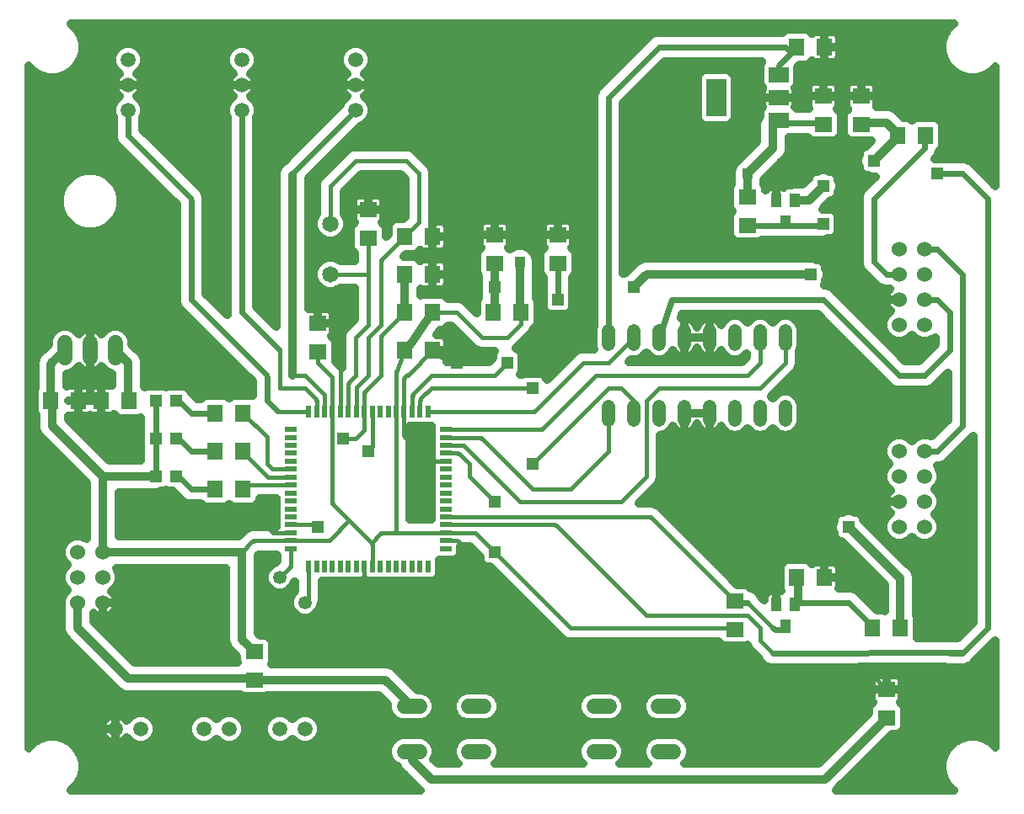
<source format=gtl>
G75*
G70*
%OFA0B0*%
%FSLAX24Y24*%
%IPPOS*%
%LPD*%
%AMOC8*
5,1,8,0,0,1.08239X$1,22.5*
%
%ADD10R,0.0220X0.0470*%
%ADD11R,0.0470X0.0220*%
%ADD12C,0.0594*%
%ADD13R,0.0790X0.0590*%
%ADD14R,0.0790X0.1500*%
%ADD15C,0.0650*%
%ADD16R,0.0630X0.0709*%
%ADD17R,0.0709X0.0630*%
%ADD18C,0.0602*%
%ADD19C,0.0600*%
%ADD20C,0.0520*%
%ADD21R,0.0472X0.0472*%
%ADD22R,0.0394X0.0551*%
%ADD23C,0.0240*%
%ADD24C,0.0320*%
%ADD25C,0.0160*%
%ADD26R,0.0475X0.0475*%
%ADD27C,0.0768*%
%ADD28C,0.0591*%
%ADD29C,0.0531*%
%ADD30R,0.0396X0.0396*%
D10*
X011898Y009689D03*
X012213Y009689D03*
X012528Y009689D03*
X012843Y009689D03*
X013158Y009689D03*
X013473Y009689D03*
X013788Y009689D03*
X014103Y009689D03*
X014417Y009689D03*
X014732Y009689D03*
X015047Y009689D03*
X015362Y009689D03*
X015677Y009689D03*
X015992Y009689D03*
X016307Y009689D03*
X016622Y009689D03*
X016622Y015831D03*
X016307Y015831D03*
X015992Y015831D03*
X015677Y015831D03*
X015362Y015831D03*
X015047Y015831D03*
X014732Y015831D03*
X014417Y015831D03*
X014103Y015831D03*
X013788Y015831D03*
X013473Y015831D03*
X013158Y015831D03*
X012843Y015831D03*
X012528Y015831D03*
X012213Y015831D03*
X011898Y015831D03*
D11*
X011189Y015122D03*
X011189Y014807D03*
X011189Y014492D03*
X011189Y014177D03*
X011189Y013862D03*
X011189Y013547D03*
X011189Y013232D03*
X011189Y012917D03*
X011189Y012603D03*
X011189Y012288D03*
X011189Y011973D03*
X011189Y011658D03*
X011189Y011343D03*
X011189Y011028D03*
X011189Y010713D03*
X011189Y010398D03*
X017331Y010398D03*
X017331Y010713D03*
X017331Y011028D03*
X017331Y011343D03*
X017331Y011658D03*
X017331Y011973D03*
X017331Y012288D03*
X017331Y012603D03*
X017331Y012917D03*
X017331Y013232D03*
X017331Y013547D03*
X017331Y013862D03*
X017331Y014177D03*
X017331Y014492D03*
X017331Y014807D03*
X017331Y015122D03*
D12*
X011760Y003260D03*
X010760Y003260D03*
X008760Y003260D03*
X007760Y003260D03*
X005260Y003260D03*
X004260Y003260D03*
X004760Y027760D03*
X004760Y028760D03*
X004760Y029760D03*
X009260Y029760D03*
X009260Y028760D03*
X009260Y027760D03*
X013760Y027760D03*
X013760Y028760D03*
X013760Y029760D03*
D13*
X030500Y029170D03*
X030500Y028270D03*
X030500Y027370D03*
D14*
X028020Y028260D03*
D15*
X012760Y023260D03*
X012760Y021260D03*
D16*
X015709Y021260D03*
X016811Y021260D03*
X016811Y019760D03*
X015709Y019760D03*
X015709Y018260D03*
X016811Y018260D03*
X019209Y019760D03*
X020311Y019760D03*
X016811Y022760D03*
X015709Y022760D03*
X009311Y015760D03*
X008209Y015760D03*
X008209Y014260D03*
X009311Y014260D03*
X009311Y012760D03*
X008209Y012760D03*
X004811Y016260D03*
X003709Y016260D03*
X002811Y016260D03*
X001709Y016260D03*
X031209Y009260D03*
X032311Y009260D03*
X034209Y007260D03*
X035311Y007260D03*
X035209Y026760D03*
X036311Y026760D03*
X032311Y030260D03*
X031209Y030260D03*
D17*
X032260Y028311D03*
X032260Y027209D03*
X033760Y027209D03*
X033760Y028311D03*
X029260Y024311D03*
X029260Y023209D03*
X021760Y022811D03*
X021760Y021709D03*
X019260Y021709D03*
X019260Y022811D03*
X014260Y022709D03*
X014260Y023811D03*
X012260Y019311D03*
X012260Y018209D03*
X009760Y006311D03*
X009760Y005209D03*
X028760Y007209D03*
X028760Y008311D03*
X034760Y004811D03*
X034760Y003709D03*
D18*
X035260Y011260D03*
X036260Y011260D03*
X036260Y012260D03*
X035260Y012260D03*
X035260Y013260D03*
X036260Y013260D03*
X036260Y014260D03*
X035260Y014260D03*
X035260Y019260D03*
X036260Y019260D03*
X036260Y020260D03*
X035260Y020260D03*
X035260Y021260D03*
X036260Y021260D03*
X036260Y022260D03*
X035260Y022260D03*
X003760Y010260D03*
X002760Y010260D03*
X002760Y009260D03*
X002760Y008260D03*
X003760Y008260D03*
X003760Y009260D03*
D19*
X003260Y017960D02*
X003260Y018560D01*
X004260Y018560D02*
X004260Y017960D01*
X002260Y017960D02*
X002260Y018560D01*
X015680Y004150D02*
X016280Y004150D01*
X016280Y002370D02*
X015680Y002370D01*
X018240Y002370D02*
X018840Y002370D01*
X018840Y004150D02*
X018240Y004150D01*
X023180Y004150D02*
X023780Y004150D01*
X023780Y002370D02*
X023180Y002370D01*
X025740Y002370D02*
X026340Y002370D01*
X026340Y004150D02*
X025740Y004150D01*
D20*
X025760Y015500D02*
X025760Y016020D01*
X026760Y016020D02*
X026760Y015500D01*
X027760Y015500D02*
X027760Y016020D01*
X028760Y016020D02*
X028760Y015500D01*
X029760Y015500D02*
X029760Y016020D01*
X030760Y016020D02*
X030760Y015500D01*
X030760Y018500D02*
X030760Y019020D01*
X029760Y019020D02*
X029760Y018500D01*
X028760Y018500D02*
X028760Y019020D01*
X027760Y019020D02*
X027760Y018500D01*
X026760Y018500D02*
X026760Y019020D01*
X025760Y019020D02*
X025760Y018500D01*
X024760Y018500D02*
X024760Y019020D01*
X023760Y019020D02*
X023760Y018500D01*
X023760Y016020D02*
X023760Y015500D01*
X024760Y015500D02*
X024760Y016020D01*
D21*
X006673Y016260D03*
X005847Y016260D03*
X005847Y014760D03*
X006673Y014760D03*
X006673Y013260D03*
X005847Y013260D03*
D22*
X030386Y008193D03*
X031134Y008193D03*
X030760Y007327D03*
X030760Y023327D03*
X030386Y024193D03*
X031134Y024193D03*
D23*
X030760Y023327D02*
X030679Y023245D01*
X030590Y023209D02*
X032157Y023209D01*
X032245Y023245D02*
X032260Y023260D01*
X032245Y023246D02*
X032230Y023233D01*
X032214Y023223D01*
X032196Y023215D01*
X032177Y023211D01*
X032157Y023209D01*
X030590Y023209D02*
X029260Y023209D01*
X030590Y023209D02*
X030610Y023211D01*
X030629Y023215D01*
X030647Y023223D01*
X030663Y023233D01*
X030678Y023246D01*
X033260Y021760D02*
X033260Y026260D01*
X032260Y027209D02*
X032245Y027223D01*
X032157Y027260D02*
X030760Y027260D01*
X030687Y027333D01*
X030598Y027370D02*
X030500Y027370D01*
X030598Y027370D02*
X030618Y027368D01*
X030637Y027364D01*
X030655Y027356D01*
X030671Y027346D01*
X030686Y027333D01*
X030505Y028274D02*
X030520Y028287D01*
X030536Y028297D01*
X030554Y028305D01*
X030573Y028309D01*
X030593Y028311D01*
X032260Y028311D01*
X032275Y028326D01*
X032260Y028311D02*
X032275Y028297D01*
X032363Y028260D02*
X032760Y028260D01*
X033260Y027760D01*
X032363Y028260D02*
X032343Y028262D01*
X032324Y028266D01*
X032306Y028274D01*
X032290Y028284D01*
X032275Y028297D01*
X032311Y028414D02*
X032311Y030260D01*
X031209Y030260D02*
X030984Y030036D01*
X030797Y030223D01*
X030708Y030260D02*
X025760Y030260D01*
X023797Y028297D01*
X023760Y028208D02*
X023760Y018760D01*
X025760Y018760D02*
X026260Y020260D01*
X032260Y020260D01*
X035260Y017260D01*
X036260Y017260D01*
X037260Y018260D01*
X037260Y019760D01*
X036760Y020260D01*
X036260Y020260D01*
X035260Y020260D02*
X034812Y020260D01*
X034723Y020297D02*
X033260Y021760D01*
X034260Y021760D02*
X034260Y024260D01*
X036260Y026260D01*
X036260Y026657D01*
X036297Y026745D02*
X036311Y026760D01*
X036297Y026745D02*
X036284Y026730D01*
X036274Y026714D01*
X036266Y026696D01*
X036262Y026677D01*
X036260Y026657D01*
X036760Y025260D02*
X037708Y025260D01*
X037797Y025223D02*
X038760Y024260D01*
X038760Y007260D01*
X037797Y006297D01*
X030260Y006260D01*
X030363Y007209D02*
X030590Y007209D01*
X030679Y007245D02*
X030760Y007327D01*
X030678Y007246D02*
X030663Y007233D01*
X030647Y007223D01*
X030629Y007215D01*
X030610Y007211D01*
X030590Y007209D01*
X030363Y007209D02*
X030343Y007211D01*
X030324Y007215D01*
X030306Y007223D01*
X030290Y007233D01*
X030275Y007246D01*
X031134Y008193D02*
X031164Y008223D01*
X031253Y008260D02*
X033260Y008260D01*
X034173Y007347D01*
X034173Y007348D02*
X034185Y007333D01*
X034195Y007316D01*
X034203Y007298D01*
X034207Y007279D01*
X034209Y007260D01*
X034259Y005260D02*
X027760Y005260D01*
X028760Y008260D02*
X029260Y008260D01*
X030386Y009260D02*
X030386Y010834D01*
X030423Y010923D02*
X031010Y011510D01*
X029760Y012760D01*
X027797Y014723D01*
X027760Y014812D02*
X027760Y015760D01*
X027760Y014812D02*
X027762Y014792D01*
X027766Y014773D01*
X027774Y014755D01*
X027784Y014739D01*
X027797Y014724D01*
X031010Y011510D02*
X031760Y012260D01*
X035260Y012260D01*
X036260Y014260D02*
X036760Y014260D01*
X037760Y015260D01*
X037760Y021260D01*
X036797Y022223D01*
X036708Y022260D02*
X036260Y022260D01*
X036708Y022260D02*
X036728Y022258D01*
X036747Y022254D01*
X036765Y022246D01*
X036781Y022236D01*
X036796Y022223D01*
X035260Y021260D02*
X034812Y021260D01*
X034723Y021297D02*
X034260Y021760D01*
X034724Y021297D02*
X034739Y021284D01*
X034755Y021274D01*
X034773Y021266D01*
X034792Y021262D01*
X034812Y021260D01*
X034724Y020297D02*
X034739Y020284D01*
X034755Y020274D01*
X034773Y020266D01*
X034792Y020262D01*
X034812Y020260D01*
X037708Y025260D02*
X037728Y025258D01*
X037747Y025254D01*
X037765Y025246D01*
X037781Y025236D01*
X037796Y025223D01*
X032245Y027223D02*
X032230Y027236D01*
X032214Y027246D01*
X032196Y027254D01*
X032177Y027258D01*
X032157Y027260D01*
X032274Y028326D02*
X032287Y028341D01*
X032297Y028357D01*
X032305Y028375D01*
X032309Y028394D01*
X032311Y028414D01*
X030505Y028275D02*
X030500Y028270D01*
X030500Y029170D02*
X030500Y029499D01*
X030537Y029588D02*
X030984Y030036D01*
X030796Y030223D02*
X030781Y030236D01*
X030765Y030246D01*
X030747Y030254D01*
X030728Y030258D01*
X030708Y030260D01*
X030537Y029587D02*
X030524Y029572D01*
X030514Y029556D01*
X030506Y029538D01*
X030502Y029519D01*
X030500Y029499D01*
X023797Y028296D02*
X023784Y028281D01*
X023774Y028265D01*
X023766Y028247D01*
X023762Y028228D01*
X023760Y028208D01*
X016811Y022760D02*
X016811Y021260D01*
X021760Y021709D02*
X021760Y020260D01*
X013760Y027760D02*
X011297Y025297D01*
X009260Y027760D02*
X009260Y019760D01*
X010723Y018297D01*
X010223Y017297D02*
X007260Y020260D01*
X007260Y024208D01*
X007223Y024297D02*
X004760Y026760D01*
X004760Y027760D01*
X010260Y017208D02*
X010260Y016260D01*
X010653Y015867D01*
X008209Y015760D02*
X007260Y015760D01*
X006760Y016260D01*
X006673Y016260D01*
X005847Y016260D02*
X005847Y013260D01*
X006673Y013260D02*
X006760Y013260D01*
X007260Y012760D01*
X008260Y012760D01*
X008209Y014260D02*
X007260Y014260D01*
X006760Y014760D01*
X006673Y014760D01*
X030386Y010834D02*
X030388Y010854D01*
X030392Y010873D01*
X030400Y010891D01*
X030410Y010907D01*
X030423Y010922D01*
X031253Y008260D02*
X031233Y008258D01*
X031214Y008254D01*
X031196Y008246D01*
X031180Y008236D01*
X031165Y008223D01*
X037260Y006260D02*
X037708Y006260D01*
X037728Y006262D01*
X037747Y006266D01*
X037765Y006274D01*
X037781Y006284D01*
X037796Y006297D01*
D24*
X002712Y001029D02*
X002503Y000820D01*
X016323Y000820D01*
X016234Y000909D01*
X015665Y001478D01*
X015665Y001478D01*
X015578Y001565D01*
X015473Y001670D01*
X015473Y001670D01*
X015427Y001782D01*
X015317Y001827D01*
X015137Y002007D01*
X015040Y002243D01*
X015040Y002497D01*
X015137Y002733D01*
X015317Y002913D01*
X015553Y003010D01*
X016407Y003010D01*
X016643Y002913D01*
X016823Y002733D01*
X016920Y002497D01*
X016920Y002243D01*
X016842Y002055D01*
X017017Y001880D01*
X017825Y001880D01*
X017697Y002007D01*
X017600Y002243D01*
X017600Y002497D01*
X017697Y002733D01*
X017877Y002913D01*
X018113Y003010D01*
X018967Y003010D01*
X019203Y002913D01*
X019383Y002733D01*
X019480Y002497D01*
X019480Y002243D01*
X019383Y002007D01*
X019255Y001880D01*
X022765Y001880D01*
X022637Y002007D01*
X022540Y002243D01*
X022540Y002497D01*
X022637Y002733D01*
X022817Y002913D01*
X023053Y003010D01*
X023907Y003010D01*
X024143Y002913D01*
X024323Y002733D01*
X024420Y002497D01*
X024420Y002243D01*
X024323Y002007D01*
X024195Y001880D01*
X025325Y001880D01*
X025197Y002007D01*
X025100Y002243D01*
X025100Y002497D01*
X025197Y002733D01*
X025377Y002913D01*
X025613Y003010D01*
X026467Y003010D01*
X026703Y002913D01*
X026883Y002733D01*
X026980Y002497D01*
X026980Y002243D01*
X026883Y002007D01*
X026755Y001880D01*
X032054Y001880D01*
X034066Y003891D01*
X034066Y004091D01*
X034117Y004216D01*
X034213Y004312D01*
X034220Y004315D01*
X034204Y004330D01*
X034175Y004373D01*
X034156Y004420D01*
X034146Y004471D01*
X034146Y004811D01*
X034760Y004811D01*
X034760Y004811D01*
X034760Y004811D01*
X035374Y004811D01*
X035374Y004471D01*
X035364Y004420D01*
X035345Y004373D01*
X035316Y004330D01*
X035300Y004315D01*
X035307Y004312D01*
X035403Y004216D01*
X035454Y004091D01*
X035454Y003326D01*
X035403Y003201D01*
X035307Y003106D01*
X035182Y003054D01*
X034982Y003054D01*
X032873Y000945D01*
X032873Y000945D01*
X032786Y000858D01*
X032748Y000820D01*
X037417Y000820D01*
X037208Y001029D01*
X037051Y001301D01*
X036970Y001603D01*
X036970Y001917D01*
X037051Y002219D01*
X037208Y002491D01*
X037429Y002712D01*
X037701Y002869D01*
X038003Y002950D01*
X038317Y002950D01*
X038619Y002869D01*
X038891Y002712D01*
X039070Y002533D01*
X039070Y006750D01*
X038208Y005887D01*
X038128Y005807D01*
X038126Y005806D01*
X038125Y005805D01*
X038125Y005805D01*
X038108Y005787D01*
X038108Y005787D01*
X037848Y005680D01*
X037145Y005680D01*
X037065Y005713D01*
X030147Y005679D01*
X029934Y005767D01*
X029770Y005929D01*
X029728Y006028D01*
X029339Y006418D01*
X029339Y006418D01*
X029321Y006435D01*
X029321Y006435D01*
X029259Y006586D01*
X029182Y006554D01*
X028338Y006554D01*
X028213Y006606D01*
X028117Y006701D01*
X028110Y006720D01*
X022153Y006720D01*
X021954Y006802D01*
X021802Y006954D01*
X019074Y009683D01*
X018955Y009683D01*
X018830Y009734D01*
X018734Y009830D01*
X018683Y009955D01*
X018683Y010074D01*
X018269Y010488D01*
X017906Y010488D01*
X017906Y010220D01*
X017854Y010095D01*
X017758Y010000D01*
X017633Y009948D01*
X017072Y009948D01*
X017072Y009387D01*
X017020Y009262D01*
X016925Y009166D01*
X016800Y009114D01*
X014240Y009114D01*
X014115Y009166D01*
X014103Y009178D01*
X014102Y009178D01*
X014103Y009178D02*
X014090Y009166D01*
X013965Y009114D01*
X012438Y009114D01*
X012438Y008317D01*
X012366Y008143D01*
X012366Y008140D01*
X012274Y007917D01*
X012103Y007746D01*
X011880Y007654D01*
X011640Y007654D01*
X011417Y007746D01*
X011246Y007917D01*
X011154Y008140D01*
X011154Y008380D01*
X011246Y008603D01*
X011358Y008714D01*
X011358Y009094D01*
X011339Y009076D01*
X011274Y008917D01*
X011103Y008746D01*
X010880Y008654D01*
X010640Y008654D01*
X010417Y008746D01*
X010246Y008917D01*
X010154Y009140D01*
X010154Y009380D01*
X010246Y009603D01*
X010417Y009774D01*
X010576Y009839D01*
X010649Y009913D01*
X010649Y010136D01*
X010634Y010173D01*
X009936Y010173D01*
X009880Y010116D01*
X009880Y007068D01*
X009982Y006966D01*
X010182Y006966D01*
X010307Y006914D01*
X010403Y006819D01*
X010454Y006694D01*
X010454Y005929D01*
X010413Y005829D01*
X015018Y005829D01*
X015291Y005715D01*
X015291Y005715D01*
X015291Y005715D01*
X015396Y005611D01*
X015483Y005523D01*
X015483Y005523D01*
X016217Y004790D01*
X016407Y004790D01*
X016643Y004693D01*
X016823Y004513D01*
X016920Y004277D01*
X016920Y004023D01*
X016823Y003787D01*
X016643Y003607D01*
X016407Y003510D01*
X015553Y003510D01*
X015317Y003607D01*
X015137Y003787D01*
X015040Y004023D01*
X015040Y004213D01*
X014664Y004589D01*
X010266Y004589D01*
X010182Y004554D01*
X009338Y004554D01*
X009213Y004606D01*
X009179Y004640D01*
X004637Y004640D01*
X004409Y004734D01*
X002445Y006698D01*
X002445Y006698D01*
X002358Y006785D01*
X002253Y006890D01*
X002253Y006890D01*
X002140Y007164D01*
X002140Y008081D01*
X002119Y008132D01*
X002119Y008388D01*
X002216Y008623D01*
X002353Y008760D01*
X002216Y008897D01*
X002119Y009132D01*
X002119Y009388D01*
X002216Y009623D01*
X002353Y009760D01*
X002216Y009897D01*
X002119Y010132D01*
X002119Y010388D01*
X002216Y010623D01*
X002397Y010804D01*
X002632Y010901D01*
X002888Y010901D01*
X003123Y010804D01*
X003140Y010787D01*
X003140Y013003D01*
X001409Y014734D01*
X001234Y014909D01*
X001140Y015137D01*
X001140Y015679D01*
X001106Y015713D01*
X001054Y015838D01*
X001054Y016682D01*
X001089Y016766D01*
X001089Y017805D01*
X001202Y018079D01*
X001202Y018079D01*
X001307Y018184D01*
X001394Y018271D01*
X001394Y018271D01*
X001620Y018497D01*
X001620Y018687D01*
X001717Y018923D01*
X001897Y019103D01*
X002133Y019200D01*
X002387Y019200D01*
X002623Y019103D01*
X002803Y018923D01*
X002813Y018897D01*
X002833Y018925D01*
X002895Y018987D01*
X002966Y019039D01*
X003045Y019079D01*
X003129Y019106D01*
X003216Y019120D01*
X003260Y019120D01*
X003260Y018260D01*
X003260Y016260D01*
X003709Y016260D01*
X003709Y016260D01*
X003709Y016874D01*
X004049Y016874D01*
X004100Y016864D01*
X004140Y016848D01*
X004140Y017320D01*
X004133Y017320D01*
X003897Y017417D01*
X003717Y017597D01*
X003707Y017623D01*
X003687Y017595D01*
X003625Y017533D01*
X003554Y017481D01*
X003475Y017441D01*
X003391Y017414D01*
X003304Y017400D01*
X003260Y017400D01*
X003260Y018260D01*
X003260Y018260D01*
X003260Y018260D01*
X003260Y019120D01*
X003304Y019120D01*
X003391Y019106D01*
X003475Y019079D01*
X003554Y019039D01*
X003625Y018987D01*
X003687Y018925D01*
X003707Y018897D01*
X003717Y018923D01*
X003897Y019103D01*
X004133Y019200D01*
X004387Y019200D01*
X004623Y019103D01*
X004803Y018923D01*
X004900Y018687D01*
X004900Y018497D01*
X005111Y018286D01*
X005286Y018111D01*
X005380Y017883D01*
X005380Y016841D01*
X005414Y016807D01*
X005423Y016787D01*
X005543Y016836D01*
X005722Y016836D01*
X005731Y016840D01*
X005962Y016840D01*
X005971Y016836D01*
X006150Y016836D01*
X006260Y016791D01*
X006370Y016836D01*
X006549Y016836D01*
X006558Y016840D01*
X006875Y016840D01*
X006884Y016836D01*
X006977Y016836D01*
X007102Y016784D01*
X007198Y016689D01*
X007231Y016610D01*
X007500Y016340D01*
X007639Y016340D01*
X007701Y016403D01*
X007826Y016454D01*
X008591Y016454D01*
X008716Y016403D01*
X008760Y016359D01*
X008804Y016403D01*
X008929Y016454D01*
X009680Y016454D01*
X009680Y017020D01*
X006931Y019768D01*
X006768Y019931D01*
X006680Y020145D01*
X006680Y024020D01*
X004431Y026268D01*
X004268Y026431D01*
X004180Y026645D01*
X004180Y027496D01*
X004123Y027633D01*
X004123Y027887D01*
X004220Y028121D01*
X004399Y028300D01*
X004429Y028312D01*
X004397Y028335D01*
X004335Y028397D01*
X004284Y028468D01*
X004244Y028546D01*
X004217Y028630D01*
X004203Y028716D01*
X004203Y028760D01*
X004760Y028760D01*
X005317Y028760D01*
X005317Y028804D01*
X005303Y028890D01*
X005276Y028974D01*
X005236Y029052D01*
X005185Y029123D01*
X005123Y029185D01*
X005091Y029208D01*
X005121Y029220D01*
X005300Y029399D01*
X005397Y029633D01*
X005397Y029887D01*
X005300Y030121D01*
X005121Y030300D01*
X004887Y030397D01*
X004633Y030397D01*
X004399Y030300D01*
X004220Y030121D01*
X004123Y029887D01*
X004123Y029633D01*
X004220Y029399D01*
X004399Y029220D01*
X004429Y029208D01*
X004397Y029185D01*
X004335Y029123D01*
X004284Y029052D01*
X004244Y028974D01*
X004217Y028890D01*
X004203Y028804D01*
X004203Y028760D01*
X004760Y028760D01*
X004760Y028760D01*
X004760Y028760D01*
X005317Y028760D01*
X005317Y028716D01*
X005303Y028630D01*
X005276Y028546D01*
X005236Y028468D01*
X005185Y028397D01*
X005123Y028335D01*
X005091Y028312D01*
X005121Y028300D01*
X005300Y028121D01*
X005397Y027887D01*
X005397Y027633D01*
X005340Y027496D01*
X005340Y027000D01*
X007715Y024625D01*
X007803Y024412D01*
X007803Y024412D01*
X007840Y024324D01*
X007840Y020500D01*
X008680Y019660D01*
X008680Y027496D01*
X008623Y027633D01*
X008623Y027887D01*
X008720Y028121D01*
X008899Y028300D01*
X008929Y028312D01*
X008897Y028335D01*
X008835Y028397D01*
X008784Y028468D01*
X008744Y028546D01*
X008717Y028630D01*
X008703Y028716D01*
X008703Y028760D01*
X009260Y028760D01*
X009817Y028760D01*
X009817Y028804D01*
X009803Y028890D01*
X009776Y028974D01*
X009736Y029052D01*
X009685Y029123D01*
X009623Y029185D01*
X009591Y029208D01*
X009621Y029220D01*
X009800Y029399D01*
X009897Y029633D01*
X009897Y029887D01*
X009800Y030121D01*
X009621Y030300D01*
X009387Y030397D01*
X009133Y030397D01*
X008899Y030300D01*
X008720Y030121D01*
X008623Y029887D01*
X008623Y029633D01*
X008720Y029399D01*
X008899Y029220D01*
X008929Y029208D01*
X008897Y029185D01*
X008835Y029123D01*
X008784Y029052D01*
X008744Y028974D01*
X008717Y028890D01*
X008703Y028804D01*
X008703Y028760D01*
X009260Y028760D01*
X009260Y028760D01*
X009260Y028760D01*
X009817Y028760D01*
X009817Y028716D01*
X009803Y028630D01*
X009776Y028546D01*
X009736Y028468D01*
X009685Y028397D01*
X009623Y028335D01*
X009591Y028312D01*
X009621Y028300D01*
X009800Y028121D01*
X009897Y027887D01*
X009897Y027633D01*
X009840Y027496D01*
X009840Y020000D01*
X010640Y019200D01*
X010640Y025332D01*
X010734Y025559D01*
X010909Y025734D01*
X010917Y025737D01*
X013163Y027983D01*
X013220Y028121D01*
X013399Y028300D01*
X013429Y028312D01*
X013397Y028335D01*
X013335Y028397D01*
X013284Y028468D01*
X013244Y028546D01*
X013217Y028630D01*
X013203Y028716D01*
X013203Y028760D01*
X013760Y028760D01*
X014317Y028760D01*
X014317Y028804D01*
X014303Y028890D01*
X014276Y028974D01*
X014236Y029052D01*
X014185Y029123D01*
X014123Y029185D01*
X014091Y029208D01*
X014121Y029220D01*
X014300Y029399D01*
X014397Y029633D01*
X014397Y029887D01*
X014300Y030121D01*
X014121Y030300D01*
X013887Y030397D01*
X013633Y030397D01*
X013399Y030300D01*
X013220Y030121D01*
X013123Y029887D01*
X013123Y029633D01*
X013220Y029399D01*
X013399Y029220D01*
X013429Y029208D01*
X013397Y029185D01*
X013335Y029123D01*
X013284Y029052D01*
X013244Y028974D01*
X013217Y028890D01*
X013203Y028804D01*
X013203Y028760D01*
X013760Y028760D01*
X013760Y028760D01*
X013760Y028760D01*
X014317Y028760D01*
X014317Y028716D01*
X014303Y028630D01*
X014276Y028546D01*
X014236Y028468D01*
X014185Y028397D01*
X014123Y028335D01*
X014091Y028312D01*
X014121Y028300D01*
X014300Y028121D01*
X014397Y027887D01*
X014397Y027633D01*
X014300Y027399D01*
X014121Y027220D01*
X013983Y027163D01*
X011880Y025060D01*
X011880Y019886D01*
X011880Y019886D01*
X012260Y019886D01*
X012260Y019311D01*
X012260Y019311D01*
X012874Y019311D01*
X012874Y018971D01*
X012864Y018920D01*
X012845Y018873D01*
X012816Y018830D01*
X012800Y018815D01*
X012807Y018812D01*
X012903Y018716D01*
X012954Y018591D01*
X012954Y017829D01*
X013220Y017564D01*
X013220Y018867D01*
X013302Y019066D01*
X013720Y019484D01*
X013720Y020720D01*
X013160Y020720D01*
X013137Y020696D01*
X012892Y020595D01*
X012628Y020595D01*
X012383Y020696D01*
X012196Y020883D01*
X012095Y021128D01*
X012095Y021392D01*
X012196Y021637D01*
X012383Y021824D01*
X012628Y021925D01*
X012892Y021925D01*
X013137Y021824D01*
X013160Y021800D01*
X013720Y021800D01*
X013720Y022103D01*
X013713Y022106D01*
X013617Y022201D01*
X013566Y022326D01*
X013566Y023091D01*
X013617Y023216D01*
X013713Y023312D01*
X013720Y023315D01*
X013704Y023330D01*
X013675Y023373D01*
X013656Y023420D01*
X013646Y023471D01*
X013646Y023811D01*
X014260Y023811D01*
X014260Y023811D01*
X014260Y023811D01*
X014874Y023811D01*
X014874Y023471D01*
X014864Y023420D01*
X014845Y023373D01*
X014816Y023330D01*
X014800Y023315D01*
X014807Y023312D01*
X014903Y023216D01*
X014954Y023091D01*
X014954Y022769D01*
X015054Y022869D01*
X015054Y023182D01*
X015106Y023307D01*
X015201Y023403D01*
X015326Y023454D01*
X015639Y023454D01*
X015720Y023535D01*
X015720Y025036D01*
X015536Y025220D01*
X013984Y025220D01*
X013300Y024536D01*
X013300Y023660D01*
X013324Y023637D01*
X013425Y023392D01*
X013425Y023128D01*
X013324Y022883D01*
X013137Y022696D01*
X012892Y022595D01*
X012628Y022595D01*
X012383Y022696D01*
X012196Y022883D01*
X012095Y023128D01*
X012095Y023392D01*
X012196Y023637D01*
X012220Y023660D01*
X012220Y024867D01*
X012302Y025066D01*
X013302Y026066D01*
X013454Y026218D01*
X013653Y026300D01*
X015867Y026300D01*
X016066Y026218D01*
X016566Y025718D01*
X016718Y025566D01*
X016800Y025367D01*
X016800Y023374D01*
X016811Y023374D01*
X016811Y022760D01*
X016811Y022760D01*
X016811Y022760D01*
X016811Y022146D01*
X016471Y022146D01*
X016420Y022156D01*
X016373Y022175D01*
X016330Y022204D01*
X016315Y022220D01*
X016312Y022213D01*
X016216Y022117D01*
X016091Y022066D01*
X015778Y022066D01*
X015667Y021954D01*
X016091Y021954D01*
X016216Y021903D01*
X016312Y021807D01*
X016315Y021800D01*
X016330Y021816D01*
X016373Y021845D01*
X016420Y021864D01*
X016471Y021874D01*
X016811Y021874D01*
X016811Y021260D01*
X016811Y021260D01*
X016811Y021260D01*
X016811Y020646D01*
X016471Y020646D01*
X016420Y020656D01*
X016373Y020675D01*
X016330Y020704D01*
X016329Y020705D01*
X016329Y020413D01*
X016429Y020454D01*
X017194Y020454D01*
X017319Y020403D01*
X017414Y020307D01*
X017417Y020300D01*
X017867Y020300D01*
X018066Y020218D01*
X018218Y020066D01*
X018554Y019730D01*
X018554Y020182D01*
X018606Y020307D01*
X018640Y020341D01*
X018640Y021179D01*
X018617Y021201D01*
X018566Y021326D01*
X018566Y022091D01*
X018617Y022216D01*
X018713Y022312D01*
X018720Y022315D01*
X018704Y022330D01*
X018675Y022373D01*
X018656Y022420D01*
X018646Y022471D01*
X018646Y022811D01*
X019260Y022811D01*
X019260Y022811D01*
X019260Y022811D01*
X019874Y022811D01*
X019874Y022471D01*
X019864Y022420D01*
X019845Y022373D01*
X019816Y022330D01*
X019800Y022315D01*
X019807Y022312D01*
X019871Y022248D01*
X019909Y022286D01*
X020137Y022380D01*
X020383Y022380D01*
X020611Y022286D01*
X020650Y022247D01*
X020651Y022246D01*
X020746Y022151D01*
X020747Y022150D01*
X020786Y022111D01*
X020880Y021883D01*
X020880Y020341D01*
X020914Y020307D01*
X020966Y020182D01*
X020966Y019338D01*
X020914Y019213D01*
X020819Y019117D01*
X020801Y019110D01*
X020750Y018986D01*
X020750Y018986D01*
X020732Y018969D01*
X020732Y018969D01*
X020218Y018454D01*
X020091Y018327D01*
X020190Y018286D01*
X020286Y018190D01*
X020337Y018065D01*
X020337Y017455D01*
X020286Y017330D01*
X020256Y017300D01*
X020364Y017300D01*
X020455Y017337D01*
X021065Y017337D01*
X021190Y017286D01*
X021286Y017190D01*
X021327Y017091D01*
X022302Y018066D01*
X022454Y018218D01*
X022653Y018300D01*
X023193Y018300D01*
X023160Y018381D01*
X023160Y019139D01*
X023180Y019188D01*
X023180Y028348D01*
X023287Y028608D01*
X023287Y028608D01*
X023305Y028625D01*
X023305Y028625D01*
X025268Y030589D01*
X025431Y030752D01*
X025645Y030840D01*
X030639Y030840D01*
X030701Y030903D01*
X030826Y030954D01*
X031591Y030954D01*
X031716Y030903D01*
X031812Y030807D01*
X031815Y030800D01*
X031830Y030816D01*
X031873Y030845D01*
X031920Y030864D01*
X031971Y030874D01*
X032311Y030874D01*
X032311Y030260D01*
X032311Y030260D01*
X032311Y030260D01*
X032311Y029646D01*
X031971Y029646D01*
X031920Y029656D01*
X031873Y029675D01*
X031830Y029704D01*
X031815Y029720D01*
X031812Y029713D01*
X031716Y029617D01*
X031591Y029566D01*
X031335Y029566D01*
X031313Y029544D01*
X031235Y029466D01*
X031235Y028807D01*
X031183Y028682D01*
X031144Y028643D01*
X031145Y028641D01*
X031155Y028591D01*
X031155Y028270D01*
X030500Y028270D01*
X030500Y028270D01*
X031155Y028270D01*
X031155Y027949D01*
X031145Y027899D01*
X031144Y027897D01*
X031183Y027858D01*
X031191Y027840D01*
X031697Y027840D01*
X031675Y027873D01*
X031656Y027920D01*
X031646Y027971D01*
X031646Y028311D01*
X032260Y028311D01*
X032260Y028311D01*
X032260Y028311D01*
X032874Y028311D01*
X032874Y027971D01*
X032864Y027920D01*
X032845Y027873D01*
X032816Y027830D01*
X032800Y027815D01*
X032807Y027812D01*
X032903Y027716D01*
X032954Y027591D01*
X032954Y026826D01*
X032903Y026701D01*
X032807Y026606D01*
X032682Y026554D01*
X031838Y026554D01*
X031713Y026606D01*
X031639Y026680D01*
X030880Y026680D01*
X030880Y026137D01*
X030786Y025909D01*
X030611Y025734D01*
X029880Y025003D01*
X029880Y024841D01*
X029903Y024819D01*
X029954Y024694D01*
X029954Y024581D01*
X029959Y024592D01*
X029987Y024634D01*
X030023Y024671D01*
X030066Y024699D01*
X030113Y024719D01*
X030164Y024729D01*
X030386Y024729D01*
X030386Y024193D01*
X030386Y024193D01*
X030386Y024729D01*
X030608Y024729D01*
X030659Y024719D01*
X030692Y024705D01*
X030745Y024757D01*
X030870Y024809D01*
X031000Y024809D01*
X031011Y024813D01*
X031436Y024813D01*
X031683Y025059D01*
X031683Y025065D01*
X031734Y025190D01*
X031830Y025286D01*
X031955Y025337D01*
X032034Y025337D01*
X032137Y025380D01*
X032383Y025380D01*
X032486Y025337D01*
X032565Y025337D01*
X032690Y025286D01*
X032786Y025190D01*
X032837Y025065D01*
X032837Y024986D01*
X032880Y024883D01*
X032880Y024637D01*
X032837Y024534D01*
X032837Y024455D01*
X032786Y024330D01*
X032690Y024234D01*
X032565Y024183D01*
X032559Y024183D01*
X032255Y023878D01*
X032255Y023878D01*
X032217Y023840D01*
X032375Y023840D01*
X032381Y023837D01*
X032565Y023837D01*
X032690Y023786D01*
X032786Y023690D01*
X032837Y023565D01*
X032837Y023381D01*
X032840Y023375D01*
X032840Y023145D01*
X032837Y023139D01*
X032837Y022955D01*
X032786Y022830D01*
X032690Y022734D01*
X032565Y022683D01*
X032427Y022683D01*
X032297Y022629D01*
X029830Y022629D01*
X029807Y022606D01*
X029682Y022554D01*
X028838Y022554D01*
X028713Y022606D01*
X028617Y022701D01*
X028566Y022826D01*
X028566Y023591D01*
X028617Y023716D01*
X028661Y023760D01*
X028617Y023804D01*
X028566Y023929D01*
X028566Y024694D01*
X028617Y024819D01*
X028640Y024841D01*
X028640Y025383D01*
X028734Y025611D01*
X028773Y025650D01*
X028774Y025651D01*
X028869Y025746D01*
X028870Y025747D01*
X029640Y026517D01*
X029640Y027253D01*
X029734Y027481D01*
X029765Y027512D01*
X029765Y027733D01*
X029817Y027858D01*
X029856Y027897D01*
X029855Y027899D01*
X029845Y027949D01*
X029845Y028270D01*
X030500Y028270D01*
X030500Y028270D01*
X029845Y028270D01*
X029845Y028591D01*
X029855Y028641D01*
X029856Y028643D01*
X029817Y028682D01*
X029765Y028807D01*
X029765Y029533D01*
X029817Y029658D01*
X029839Y029680D01*
X026000Y029680D01*
X024340Y028020D01*
X024340Y021290D01*
X024455Y021337D01*
X024461Y021337D01*
X024872Y021749D01*
X025100Y021843D01*
X025100Y021843D01*
X025188Y021880D01*
X031883Y021880D01*
X031986Y021837D01*
X032065Y021837D01*
X032190Y021786D01*
X032286Y021690D01*
X032337Y021565D01*
X032337Y021486D01*
X032380Y021383D01*
X032380Y021137D01*
X032337Y021034D01*
X032337Y020955D01*
X032290Y020840D01*
X032375Y020840D01*
X032589Y020752D01*
X035500Y017840D01*
X036020Y017840D01*
X036680Y018500D01*
X036680Y018773D01*
X036623Y018716D01*
X036388Y018619D01*
X036132Y018619D01*
X035897Y018716D01*
X035760Y018853D01*
X035623Y018716D01*
X035388Y018619D01*
X035132Y018619D01*
X034897Y018716D01*
X034716Y018897D01*
X034619Y019132D01*
X034619Y019388D01*
X034716Y019623D01*
X034897Y019804D01*
X034920Y019813D01*
X034894Y019832D01*
X034832Y019894D01*
X034780Y019966D01*
X034740Y020045D01*
X034713Y020129D01*
X034699Y020216D01*
X034699Y020260D01*
X035260Y020260D01*
X035260Y020260D01*
X034699Y020260D01*
X034699Y020304D01*
X034713Y020391D01*
X034740Y020475D01*
X034780Y020554D01*
X034832Y020626D01*
X034886Y020680D01*
X034672Y020680D01*
X034412Y020787D01*
X034412Y020787D01*
X034412Y020787D01*
X034395Y020805D01*
X034395Y020805D01*
X033931Y021268D01*
X033768Y021431D01*
X033680Y021645D01*
X033680Y024375D01*
X033768Y024589D01*
X034320Y025140D01*
X034137Y025140D01*
X034034Y025183D01*
X033955Y025183D01*
X033830Y025234D01*
X033734Y025330D01*
X033683Y025455D01*
X033683Y025534D01*
X033640Y025637D01*
X033640Y025883D01*
X033683Y025986D01*
X033683Y026065D01*
X033734Y026190D01*
X033830Y026286D01*
X033955Y026337D01*
X033961Y026337D01*
X034177Y026554D01*
X033338Y026554D01*
X033213Y026606D01*
X033117Y026701D01*
X033066Y026826D01*
X033066Y027591D01*
X033117Y027716D01*
X033213Y027812D01*
X033220Y027815D01*
X033204Y027830D01*
X033175Y027873D01*
X033156Y027920D01*
X033146Y027971D01*
X033146Y028311D01*
X033760Y028311D01*
X033760Y028311D01*
X033760Y028311D01*
X034374Y028311D01*
X034374Y027971D01*
X034364Y027920D01*
X034348Y027880D01*
X034883Y027880D01*
X035111Y027786D01*
X035286Y027611D01*
X035442Y027454D01*
X035591Y027454D01*
X035716Y027403D01*
X035760Y027359D01*
X035804Y027403D01*
X035929Y027454D01*
X036694Y027454D01*
X036819Y027403D01*
X036914Y027307D01*
X036966Y027182D01*
X036966Y026338D01*
X036914Y026213D01*
X036836Y026134D01*
X036752Y025931D01*
X036660Y025840D01*
X037848Y025840D01*
X038108Y025733D01*
X038108Y025733D01*
X038125Y025715D01*
X038125Y025715D01*
X039070Y024770D01*
X039070Y029487D01*
X038891Y029308D01*
X038619Y029151D01*
X038317Y029070D01*
X038003Y029070D01*
X037701Y029151D01*
X037429Y029308D01*
X037208Y029529D01*
X037051Y029801D01*
X036970Y030103D01*
X036970Y030417D01*
X037051Y030719D01*
X037208Y030991D01*
X037413Y031196D01*
X002507Y031196D01*
X002712Y030991D01*
X002869Y030719D01*
X002950Y030417D01*
X002950Y030103D01*
X002869Y029801D01*
X002712Y029529D01*
X002491Y029308D01*
X002219Y029151D01*
X001917Y029070D01*
X001603Y029070D01*
X001301Y029151D01*
X001029Y029308D01*
X000820Y029517D01*
X000820Y002503D01*
X001029Y002712D01*
X001301Y002869D01*
X001603Y002950D01*
X001917Y002950D01*
X002219Y002869D01*
X002491Y002712D01*
X002712Y002491D01*
X002869Y002219D01*
X002950Y001917D01*
X002950Y001603D01*
X002869Y001301D01*
X002712Y001029D01*
X002580Y000897D02*
X016246Y000897D01*
X015928Y001216D02*
X002820Y001216D01*
X002931Y001534D02*
X015609Y001534D01*
X015292Y001853D02*
X002950Y001853D01*
X002882Y002171D02*
X015070Y002171D01*
X015040Y002490D02*
X002713Y002490D01*
X002325Y002808D02*
X003935Y002808D01*
X003968Y002784D02*
X004046Y002744D01*
X004130Y002717D01*
X004216Y002703D01*
X004260Y002703D01*
X004304Y002703D01*
X004390Y002717D01*
X004474Y002744D01*
X004552Y002784D01*
X004623Y002835D01*
X004685Y002897D01*
X004708Y002929D01*
X004720Y002899D01*
X004899Y002720D01*
X005133Y002623D01*
X005387Y002623D01*
X005621Y002720D01*
X005800Y002899D01*
X005897Y003133D01*
X005897Y003387D01*
X005800Y003621D01*
X005621Y003800D01*
X005387Y003897D01*
X005133Y003897D01*
X004899Y003800D01*
X004720Y003621D01*
X004708Y003591D01*
X004685Y003623D01*
X004623Y003685D01*
X004552Y003736D01*
X004474Y003776D01*
X004390Y003803D01*
X004304Y003817D01*
X004260Y003817D01*
X004216Y003817D01*
X004130Y003803D01*
X004046Y003776D01*
X003968Y003736D01*
X003897Y003685D01*
X003835Y003623D01*
X003784Y003552D01*
X003744Y003474D01*
X003717Y003390D01*
X003703Y003304D01*
X003703Y003260D01*
X004260Y003260D01*
X004260Y003260D01*
X004260Y003817D01*
X004260Y003260D01*
X004260Y002703D01*
X004260Y003260D01*
X004260Y003260D01*
X004260Y003260D01*
X003703Y003260D01*
X003703Y003216D01*
X003717Y003130D01*
X003744Y003046D01*
X003784Y002968D01*
X003835Y002897D01*
X003897Y002835D01*
X003968Y002784D01*
X004260Y002808D02*
X004260Y002808D01*
X004260Y003127D02*
X004260Y003127D01*
X004260Y003445D02*
X004260Y003445D01*
X004260Y003764D02*
X004260Y003764D01*
X004022Y003764D02*
X000820Y003764D01*
X000820Y004082D02*
X015040Y004082D01*
X015161Y003764D02*
X012157Y003764D01*
X012121Y003800D02*
X011887Y003897D01*
X011633Y003897D01*
X011399Y003800D01*
X011260Y003661D01*
X011121Y003800D01*
X010887Y003897D01*
X010633Y003897D01*
X010399Y003800D01*
X010220Y003621D01*
X010123Y003387D01*
X010123Y003133D01*
X010220Y002899D01*
X010399Y002720D01*
X010633Y002623D01*
X010887Y002623D01*
X011121Y002720D01*
X011260Y002859D01*
X011399Y002720D01*
X011633Y002623D01*
X011887Y002623D01*
X012121Y002720D01*
X012300Y002899D01*
X012397Y003133D01*
X012397Y003387D01*
X012300Y003621D01*
X012121Y003800D01*
X012373Y003445D02*
X033619Y003445D01*
X033301Y003127D02*
X012394Y003127D01*
X012209Y002808D02*
X015213Y002808D01*
X015980Y002370D02*
X015980Y002092D01*
X016017Y002003D02*
X016760Y001260D01*
X032259Y001260D01*
X032348Y001297D02*
X034760Y003709D01*
X034066Y004082D02*
X026980Y004082D01*
X026980Y004023D02*
X026980Y004277D01*
X026883Y004513D01*
X026703Y004693D01*
X026467Y004790D01*
X025613Y004790D01*
X025377Y004693D01*
X025197Y004513D01*
X025100Y004277D01*
X025100Y004023D01*
X025197Y003787D01*
X025377Y003607D01*
X025613Y003510D01*
X026467Y003510D01*
X026703Y003607D01*
X026883Y003787D01*
X026980Y004023D01*
X026859Y003764D02*
X033938Y003764D01*
X034164Y004401D02*
X026929Y004401D01*
X026639Y004719D02*
X034146Y004719D01*
X034146Y004811D02*
X034760Y004811D01*
X035374Y004811D01*
X035374Y005152D01*
X035364Y005202D01*
X035345Y005249D01*
X035316Y005292D01*
X035280Y005328D01*
X035237Y005357D01*
X035190Y005376D01*
X035140Y005386D01*
X034760Y005386D01*
X034380Y005386D01*
X034330Y005376D01*
X034283Y005357D01*
X034240Y005328D01*
X034204Y005292D01*
X034175Y005249D01*
X034156Y005202D01*
X034146Y005152D01*
X034146Y004811D01*
X034146Y005038D02*
X015969Y005038D01*
X015651Y005356D02*
X034282Y005356D01*
X034760Y005356D02*
X034760Y005356D01*
X034760Y005386D02*
X034760Y004811D01*
X034760Y004811D01*
X034760Y005386D01*
X034760Y005038D02*
X034760Y005038D01*
X035238Y005356D02*
X039070Y005356D01*
X039070Y005038D02*
X035374Y005038D01*
X035374Y004719D02*
X039070Y004719D01*
X039070Y004401D02*
X035356Y004401D01*
X035454Y004082D02*
X039070Y004082D01*
X039070Y003764D02*
X035454Y003764D01*
X035454Y003445D02*
X039070Y003445D01*
X039070Y003127D02*
X035328Y003127D01*
X034736Y002808D02*
X037595Y002808D01*
X037207Y002490D02*
X034417Y002490D01*
X034099Y002171D02*
X037038Y002171D01*
X036970Y001853D02*
X033780Y001853D01*
X033462Y001534D02*
X036989Y001534D01*
X037100Y001216D02*
X033143Y001216D01*
X032825Y000897D02*
X037340Y000897D01*
X038725Y002808D02*
X039070Y002808D01*
X039070Y005675D02*
X015332Y005675D01*
X014958Y005172D02*
X015980Y004150D01*
X016579Y004719D02*
X017941Y004719D01*
X017877Y004693D02*
X017697Y004513D01*
X017600Y004277D01*
X017600Y004023D01*
X017697Y003787D01*
X017877Y003607D01*
X018113Y003510D01*
X018967Y003510D01*
X019203Y003607D01*
X019383Y003787D01*
X019480Y004023D01*
X019480Y004277D01*
X019383Y004513D01*
X019203Y004693D01*
X018967Y004790D01*
X018113Y004790D01*
X017877Y004693D01*
X017651Y004401D02*
X016869Y004401D01*
X016920Y004082D02*
X017600Y004082D01*
X017721Y003764D02*
X016799Y003764D01*
X016747Y002808D02*
X017773Y002808D01*
X017600Y002490D02*
X016920Y002490D01*
X016890Y002171D02*
X017630Y002171D01*
X016017Y002004D02*
X016004Y002019D01*
X015994Y002035D01*
X015986Y002053D01*
X015982Y002072D01*
X015980Y002092D01*
X014853Y004401D02*
X000820Y004401D01*
X000820Y004719D02*
X004446Y004719D01*
X004106Y005038D02*
X000820Y005038D01*
X000820Y005356D02*
X003787Y005356D01*
X003469Y005675D02*
X000820Y005675D01*
X000820Y005993D02*
X003150Y005993D01*
X002832Y006312D02*
X000820Y006312D01*
X000820Y006630D02*
X002513Y006630D01*
X002229Y006949D02*
X000820Y006949D01*
X000820Y007267D02*
X002140Y007267D01*
X002140Y007586D02*
X000820Y007586D01*
X000820Y007904D02*
X002140Y007904D01*
X002119Y008223D02*
X000820Y008223D01*
X000820Y008541D02*
X002182Y008541D01*
X002254Y008860D02*
X000820Y008860D01*
X000820Y009178D02*
X002119Y009178D01*
X002164Y009497D02*
X000820Y009497D01*
X000820Y009815D02*
X002298Y009815D01*
X002119Y010134D02*
X000820Y010134D01*
X000820Y010452D02*
X002146Y010452D01*
X002364Y010771D02*
X000820Y010771D01*
X000820Y011089D02*
X003140Y011089D01*
X003140Y011408D02*
X000820Y011408D01*
X000820Y011726D02*
X003140Y011726D01*
X003140Y012045D02*
X000820Y012045D01*
X000820Y012363D02*
X003140Y012363D01*
X003140Y012682D02*
X000820Y012682D01*
X000820Y013000D02*
X003140Y013000D01*
X002825Y013319D02*
X000820Y013319D01*
X000820Y013637D02*
X002506Y013637D01*
X002188Y013956D02*
X000820Y013956D01*
X000820Y014274D02*
X001869Y014274D01*
X001551Y014593D02*
X000820Y014593D01*
X000820Y014911D02*
X001233Y014911D01*
X001140Y015230D02*
X000820Y015230D01*
X000820Y015548D02*
X001140Y015548D01*
X001054Y015867D02*
X000820Y015867D01*
X000820Y016185D02*
X001054Y016185D01*
X001054Y016504D02*
X000820Y016504D01*
X000820Y016822D02*
X001089Y016822D01*
X001089Y017141D02*
X000820Y017141D01*
X000820Y017459D02*
X001089Y017459D01*
X001089Y017778D02*
X000820Y017778D01*
X000820Y018096D02*
X001219Y018096D01*
X001538Y018415D02*
X000820Y018415D01*
X000820Y018733D02*
X001639Y018733D01*
X001846Y019052D02*
X000820Y019052D01*
X000820Y019370D02*
X007330Y019370D01*
X007648Y019052D02*
X004674Y019052D01*
X004881Y018733D02*
X007967Y018733D01*
X008285Y018415D02*
X004982Y018415D01*
X005292Y018096D02*
X008604Y018096D01*
X008922Y017778D02*
X005380Y017778D01*
X005380Y017459D02*
X009241Y017459D01*
X009559Y017141D02*
X005380Y017141D01*
X005399Y016822D02*
X005508Y016822D01*
X004760Y016363D02*
X004762Y016343D01*
X004766Y016324D01*
X004774Y016306D01*
X004784Y016290D01*
X004797Y016275D01*
X004811Y016260D01*
X004760Y016363D02*
X004760Y017760D01*
X004260Y018260D01*
X003846Y019052D02*
X003529Y019052D01*
X003260Y019052D02*
X003260Y019052D01*
X002991Y019052D02*
X002674Y019052D01*
X003260Y018733D02*
X003260Y018733D01*
X003260Y018415D02*
X003260Y018415D01*
X003260Y018260D02*
X003260Y017400D01*
X003216Y017400D01*
X003129Y017414D01*
X003045Y017441D01*
X002966Y017481D01*
X002895Y017533D01*
X002833Y017595D01*
X002813Y017623D01*
X002803Y017597D01*
X002623Y017417D01*
X002387Y017320D01*
X002329Y017320D01*
X002329Y016815D01*
X002330Y016816D01*
X002373Y016845D01*
X002420Y016864D01*
X002471Y016874D01*
X002811Y016874D01*
X002811Y016260D01*
X002380Y016260D01*
X002380Y016260D01*
X002811Y016260D01*
X002811Y016260D01*
X002811Y016260D01*
X002811Y016260D01*
X002811Y015646D01*
X002471Y015646D01*
X002420Y015656D01*
X002380Y015672D01*
X002380Y015517D01*
X004017Y013880D01*
X005267Y013880D01*
X005267Y015596D01*
X005194Y015566D01*
X004429Y015566D01*
X004304Y015617D01*
X004208Y015713D01*
X004205Y015720D01*
X004190Y015704D01*
X004147Y015675D01*
X004100Y015656D01*
X004049Y015646D01*
X003709Y015646D01*
X003709Y016260D01*
X003709Y016260D01*
X003709Y016874D01*
X003368Y016874D01*
X003318Y016864D01*
X003271Y016845D01*
X003260Y016838D01*
X003249Y016845D01*
X003202Y016864D01*
X003152Y016874D01*
X002811Y016874D01*
X002811Y016260D01*
X003260Y016260D01*
X003386Y016260D02*
X003709Y016260D01*
X003709Y015646D01*
X003368Y015646D01*
X003318Y015656D01*
X003271Y015675D01*
X003260Y015682D01*
X003249Y015675D01*
X003202Y015656D01*
X003152Y015646D01*
X002811Y015646D01*
X002811Y016260D01*
X002760Y016260D01*
X002811Y016260D02*
X003709Y016260D01*
X003709Y016260D01*
X003709Y016185D02*
X003709Y016185D01*
X003709Y015867D02*
X003709Y015867D01*
X003386Y016260D02*
X002811Y016260D01*
X002811Y016260D01*
X002811Y016185D02*
X002811Y016185D01*
X002811Y015867D02*
X002811Y015867D01*
X002380Y015548D02*
X005267Y015548D01*
X005267Y015230D02*
X002667Y015230D01*
X002986Y014911D02*
X005267Y014911D01*
X005267Y014593D02*
X003304Y014593D01*
X003623Y014274D02*
X005267Y014274D01*
X005267Y013956D02*
X003941Y013956D01*
X003760Y013260D02*
X005847Y013260D01*
X006076Y012684D02*
X005970Y012640D01*
X004380Y012640D01*
X004380Y010880D01*
X009116Y010880D01*
X009370Y011134D01*
X009370Y011134D01*
X009388Y011152D01*
X009388Y011152D01*
X009632Y011253D01*
X010614Y011253D01*
X010614Y012377D01*
X009966Y012377D01*
X009966Y012338D01*
X009914Y012213D01*
X009819Y012117D01*
X009694Y012066D01*
X008929Y012066D01*
X008804Y012117D01*
X008760Y012161D01*
X008716Y012117D01*
X008591Y012066D01*
X007826Y012066D01*
X007701Y012117D01*
X007639Y012180D01*
X007145Y012180D01*
X006931Y012268D01*
X006768Y012431D01*
X006768Y012431D01*
X006516Y012684D01*
X006370Y012684D01*
X006260Y012729D01*
X006150Y012684D01*
X006076Y012684D01*
X006070Y012682D02*
X006518Y012682D01*
X006837Y012363D02*
X004380Y012363D01*
X004380Y012045D02*
X010614Y012045D01*
X010614Y012363D02*
X009966Y012363D01*
X010614Y011726D02*
X004380Y011726D01*
X004380Y011408D02*
X010614Y011408D01*
X009325Y011089D02*
X004380Y011089D01*
X003760Y010260D02*
X003760Y013260D01*
X001760Y015260D01*
X001760Y016157D01*
X001723Y016245D02*
X001709Y016260D01*
X001709Y017657D01*
X001745Y017745D02*
X002260Y018260D01*
X001746Y017745D02*
X001733Y017730D01*
X001723Y017714D01*
X001715Y017696D01*
X001711Y017677D01*
X001709Y017657D01*
X002329Y017141D02*
X004140Y017141D01*
X003856Y017459D02*
X003510Y017459D01*
X003260Y017459D02*
X003260Y017459D01*
X003010Y017459D02*
X002664Y017459D01*
X002811Y016822D02*
X002811Y016822D01*
X002811Y016504D02*
X002811Y016504D01*
X002339Y016822D02*
X002329Y016822D01*
X001723Y016245D02*
X001736Y016230D01*
X001746Y016214D01*
X001754Y016196D01*
X001758Y016177D01*
X001760Y016157D01*
X003709Y016504D02*
X003709Y016504D01*
X003709Y016822D02*
X003709Y016822D01*
X003260Y017778D02*
X003260Y017778D01*
X003260Y018096D02*
X003260Y018096D01*
X000820Y019689D02*
X007011Y019689D01*
X006737Y020007D02*
X000820Y020007D01*
X000820Y020326D02*
X006680Y020326D01*
X006680Y020644D02*
X000820Y020644D01*
X000820Y020963D02*
X006680Y020963D01*
X006680Y021281D02*
X000820Y021281D01*
X000820Y021600D02*
X006680Y021600D01*
X006680Y021918D02*
X000820Y021918D01*
X000820Y022237D02*
X006680Y022237D01*
X006680Y022555D02*
X000820Y022555D01*
X000820Y022874D02*
X006680Y022874D01*
X006680Y023192D02*
X004003Y023192D01*
X004228Y023417D01*
X004388Y023693D01*
X004470Y024001D01*
X004470Y024319D01*
X004388Y024627D01*
X004228Y024903D01*
X004003Y025128D01*
X003727Y025288D01*
X003419Y025370D01*
X003101Y025370D01*
X002793Y025288D01*
X002517Y025128D01*
X002292Y024903D01*
X002132Y024627D01*
X002050Y024319D01*
X002050Y024001D01*
X002132Y023693D01*
X002292Y023417D01*
X002517Y023192D01*
X000820Y023192D01*
X000820Y023511D02*
X002238Y023511D01*
X002096Y023829D02*
X000820Y023829D01*
X000820Y024148D02*
X002050Y024148D01*
X002089Y024466D02*
X000820Y024466D01*
X000820Y024785D02*
X002223Y024785D01*
X002492Y025103D02*
X000820Y025103D01*
X000820Y025422D02*
X005278Y025422D01*
X004960Y025740D02*
X000820Y025740D01*
X000820Y026059D02*
X004641Y026059D01*
X004323Y026377D02*
X000820Y026377D01*
X000820Y026696D02*
X004180Y026696D01*
X004180Y027014D02*
X000820Y027014D01*
X000820Y027333D02*
X004180Y027333D01*
X004123Y027651D02*
X000820Y027651D01*
X000820Y027970D02*
X004157Y027970D01*
X004387Y028288D02*
X000820Y028288D01*
X000820Y028607D02*
X004224Y028607D01*
X004228Y028925D02*
X000820Y028925D01*
X000820Y029244D02*
X001141Y029244D01*
X002379Y029244D02*
X004376Y029244D01*
X004153Y029562D02*
X002731Y029562D01*
X002890Y029881D02*
X004123Y029881D01*
X004298Y030199D02*
X002950Y030199D01*
X002923Y030518D02*
X025197Y030518D01*
X024879Y030199D02*
X014222Y030199D01*
X014397Y029881D02*
X024560Y029881D01*
X024242Y029562D02*
X014367Y029562D01*
X014144Y029244D02*
X023923Y029244D01*
X023605Y028925D02*
X014292Y028925D01*
X014296Y028607D02*
X023287Y028607D01*
X023180Y028288D02*
X014133Y028288D01*
X014363Y027970D02*
X023180Y027970D01*
X023180Y027651D02*
X014397Y027651D01*
X014233Y027333D02*
X023180Y027333D01*
X023180Y027014D02*
X013834Y027014D01*
X013516Y026696D02*
X023180Y026696D01*
X023180Y026377D02*
X013197Y026377D01*
X013295Y026059D02*
X012879Y026059D01*
X012976Y025740D02*
X012560Y025740D01*
X012658Y025422D02*
X012242Y025422D01*
X012339Y025103D02*
X011923Y025103D01*
X011880Y024785D02*
X012220Y024785D01*
X012220Y024466D02*
X011880Y024466D01*
X011880Y024148D02*
X012220Y024148D01*
X012220Y023829D02*
X011880Y023829D01*
X011880Y023511D02*
X012144Y023511D01*
X012095Y023192D02*
X011880Y023192D01*
X011880Y022874D02*
X012206Y022874D01*
X011880Y022555D02*
X013566Y022555D01*
X013566Y022874D02*
X013314Y022874D01*
X013425Y023192D02*
X013607Y023192D01*
X013646Y023511D02*
X013376Y023511D01*
X013300Y023829D02*
X013646Y023829D01*
X013646Y023811D02*
X014260Y023811D01*
X014874Y023811D01*
X014874Y024152D01*
X014864Y024202D01*
X014845Y024249D01*
X014816Y024292D01*
X014780Y024328D01*
X014737Y024357D01*
X014690Y024376D01*
X014640Y024386D01*
X014260Y024386D01*
X013880Y024386D01*
X013830Y024376D01*
X013783Y024357D01*
X013740Y024328D01*
X013704Y024292D01*
X013675Y024249D01*
X013656Y024202D01*
X013646Y024152D01*
X013646Y023811D01*
X013646Y024148D02*
X013300Y024148D01*
X013300Y024466D02*
X015720Y024466D01*
X015720Y024148D02*
X014874Y024148D01*
X014874Y023829D02*
X015720Y023829D01*
X015696Y023511D02*
X014874Y023511D01*
X014913Y023192D02*
X015058Y023192D01*
X015054Y022874D02*
X014954Y022874D01*
X014260Y023811D02*
X014260Y023811D01*
X014260Y024386D01*
X014260Y023811D01*
X014260Y023829D02*
X014260Y023829D01*
X014260Y024148D02*
X014260Y024148D01*
X013548Y024785D02*
X015720Y024785D01*
X015653Y025103D02*
X013867Y025103D01*
X011875Y026696D02*
X009840Y026696D01*
X009840Y027014D02*
X012194Y027014D01*
X012512Y027333D02*
X009840Y027333D01*
X009897Y027651D02*
X012831Y027651D01*
X013149Y027970D02*
X009863Y027970D01*
X009633Y028288D02*
X013387Y028288D01*
X013224Y028607D02*
X009796Y028607D01*
X009792Y028925D02*
X013228Y028925D01*
X013376Y029244D02*
X009644Y029244D01*
X009867Y029562D02*
X013153Y029562D01*
X013123Y029881D02*
X009897Y029881D01*
X009722Y030199D02*
X013298Y030199D01*
X008876Y029244D02*
X005144Y029244D01*
X005292Y028925D02*
X008728Y028925D01*
X008724Y028607D02*
X005296Y028607D01*
X005133Y028288D02*
X008887Y028288D01*
X008657Y027970D02*
X005363Y027970D01*
X005397Y027651D02*
X008623Y027651D01*
X008680Y027333D02*
X005340Y027333D01*
X005340Y027014D02*
X008680Y027014D01*
X008680Y026696D02*
X005645Y026696D01*
X005963Y026377D02*
X008680Y026377D01*
X008680Y026059D02*
X006282Y026059D01*
X006600Y025740D02*
X008680Y025740D01*
X008680Y025422D02*
X006919Y025422D01*
X007237Y025103D02*
X008680Y025103D01*
X008680Y024785D02*
X007556Y024785D01*
X007781Y024466D02*
X008680Y024466D01*
X008680Y024148D02*
X007840Y024148D01*
X007840Y023829D02*
X008680Y023829D01*
X008680Y023511D02*
X007840Y023511D01*
X007840Y023192D02*
X008680Y023192D01*
X008680Y022874D02*
X007840Y022874D01*
X007840Y022555D02*
X008680Y022555D01*
X008680Y022237D02*
X007840Y022237D01*
X007840Y021918D02*
X008680Y021918D01*
X008680Y021600D02*
X007840Y021600D01*
X007840Y021281D02*
X008680Y021281D01*
X008680Y020963D02*
X007840Y020963D01*
X007840Y020644D02*
X008680Y020644D01*
X008680Y020326D02*
X008015Y020326D01*
X008333Y020007D02*
X008680Y020007D01*
X008680Y019689D02*
X008652Y019689D01*
X009840Y020007D02*
X010640Y020007D01*
X010640Y019689D02*
X010152Y019689D01*
X010470Y019370D02*
X010640Y019370D01*
X010640Y020326D02*
X009840Y020326D01*
X009840Y020644D02*
X010640Y020644D01*
X010640Y020963D02*
X009840Y020963D01*
X009840Y021281D02*
X010640Y021281D01*
X010640Y021600D02*
X009840Y021600D01*
X009840Y021918D02*
X010640Y021918D01*
X010640Y022237D02*
X009840Y022237D01*
X009840Y022555D02*
X010640Y022555D01*
X010640Y022874D02*
X009840Y022874D01*
X009840Y023192D02*
X010640Y023192D01*
X010640Y023511D02*
X009840Y023511D01*
X009840Y023829D02*
X010640Y023829D01*
X010640Y024148D02*
X009840Y024148D01*
X009840Y024466D02*
X010640Y024466D01*
X010640Y024785D02*
X009840Y024785D01*
X009840Y025103D02*
X010640Y025103D01*
X010677Y025422D02*
X009840Y025422D01*
X009840Y025740D02*
X010920Y025740D01*
X011238Y026059D02*
X009840Y026059D01*
X009840Y026377D02*
X011557Y026377D01*
X011260Y025208D02*
X011260Y017260D01*
X009680Y016822D02*
X007012Y016822D01*
X007337Y016504D02*
X009680Y016504D01*
X013006Y017778D02*
X013220Y017778D01*
X013220Y018096D02*
X012954Y018096D01*
X012954Y018415D02*
X013220Y018415D01*
X013220Y018733D02*
X012886Y018733D01*
X012874Y019052D02*
X013296Y019052D01*
X013606Y019370D02*
X012874Y019370D01*
X012874Y019311D02*
X012874Y019652D01*
X012864Y019702D01*
X012845Y019749D01*
X012816Y019792D01*
X012780Y019828D01*
X012737Y019857D01*
X012690Y019876D01*
X012640Y019886D01*
X012260Y019886D01*
X012260Y019311D01*
X012874Y019311D01*
X012867Y019689D02*
X013720Y019689D01*
X013720Y020007D02*
X011880Y020007D01*
X011880Y020326D02*
X013720Y020326D01*
X013720Y020644D02*
X013011Y020644D01*
X012509Y020644D02*
X011880Y020644D01*
X011880Y020963D02*
X012163Y020963D01*
X012095Y021281D02*
X011880Y021281D01*
X011880Y021600D02*
X012181Y021600D01*
X011880Y021918D02*
X012611Y021918D01*
X012909Y021918D02*
X013720Y021918D01*
X013603Y022237D02*
X011880Y022237D01*
X012260Y019689D02*
X012260Y019689D01*
X012260Y019370D02*
X012260Y019370D01*
X012260Y019311D02*
X012260Y019311D01*
X015709Y019760D02*
X015709Y021260D01*
X016179Y021918D02*
X018566Y021918D01*
X018566Y021600D02*
X017386Y021600D01*
X017386Y021640D02*
X017376Y021690D01*
X017357Y021737D01*
X017328Y021780D01*
X017292Y021816D01*
X017249Y021845D01*
X017202Y021864D01*
X017152Y021874D01*
X016811Y021874D01*
X016811Y021260D01*
X016811Y020646D01*
X017152Y020646D01*
X017202Y020656D01*
X017249Y020675D01*
X017292Y020704D01*
X017328Y020740D01*
X017357Y020783D01*
X017376Y020830D01*
X017386Y020880D01*
X017386Y021260D01*
X017386Y021640D01*
X017386Y021281D02*
X018584Y021281D01*
X018640Y020963D02*
X017386Y020963D01*
X017386Y021260D02*
X016811Y021260D01*
X017386Y021260D01*
X016811Y021260D02*
X016811Y021260D01*
X016811Y021281D02*
X016811Y021281D01*
X016811Y020963D02*
X016811Y020963D01*
X016329Y020644D02*
X018640Y020644D01*
X018624Y020326D02*
X017396Y020326D01*
X016811Y019760D02*
X015745Y018194D01*
X015709Y018260D02*
X015709Y018106D01*
X015711Y018126D01*
X015715Y018145D01*
X015723Y018163D01*
X015733Y018179D01*
X015746Y018194D01*
X016811Y018260D02*
X017760Y017760D01*
X017376Y017830D02*
X017386Y017880D01*
X017386Y018260D01*
X017386Y018640D01*
X017376Y018690D01*
X017357Y018737D01*
X017328Y018780D01*
X017292Y018816D01*
X017249Y018845D01*
X017202Y018864D01*
X017152Y018874D01*
X016958Y018874D01*
X017089Y019066D01*
X017194Y019066D01*
X017319Y019117D01*
X017414Y019213D01*
X017417Y019220D01*
X017536Y019220D01*
X018418Y018339D01*
X018435Y018321D01*
X018679Y018220D01*
X019264Y018220D01*
X019234Y018190D01*
X019183Y018065D01*
X019183Y017946D01*
X019036Y017800D01*
X017364Y017800D01*
X017376Y017830D01*
X017386Y018096D02*
X019195Y018096D01*
X018435Y018321D02*
X018435Y018321D01*
X018418Y018339D02*
X018418Y018339D01*
X018342Y018415D02*
X017386Y018415D01*
X017386Y018260D02*
X016811Y018260D01*
X016811Y018260D01*
X017386Y018260D01*
X017358Y018733D02*
X018023Y018733D01*
X017705Y019052D02*
X017079Y019052D01*
X018277Y020007D02*
X018554Y020007D01*
X019223Y019775D02*
X019236Y019790D01*
X019246Y019806D01*
X019254Y019824D01*
X019258Y019843D01*
X019260Y019863D01*
X019260Y020760D01*
X019260Y021709D01*
X018638Y022237D02*
X017325Y022237D01*
X017328Y022240D02*
X017357Y022283D01*
X017376Y022330D01*
X017386Y022380D01*
X017386Y022760D01*
X017386Y023140D01*
X017376Y023190D01*
X017357Y023237D01*
X017328Y023280D01*
X017292Y023316D01*
X017249Y023345D01*
X017202Y023364D01*
X017152Y023374D01*
X016811Y023374D01*
X016811Y022760D01*
X016811Y022146D01*
X017152Y022146D01*
X017202Y022156D01*
X017249Y022175D01*
X017292Y022204D01*
X017328Y022240D01*
X017386Y022555D02*
X018646Y022555D01*
X018646Y022811D02*
X019260Y022811D01*
X021760Y022811D01*
X021760Y022811D01*
X022374Y022811D01*
X022374Y022471D01*
X022364Y022420D01*
X022345Y022373D01*
X022316Y022330D01*
X022300Y022315D01*
X022307Y022312D01*
X022403Y022216D01*
X022454Y022091D01*
X022454Y021326D01*
X022403Y021201D01*
X022340Y021139D01*
X022340Y020145D01*
X022337Y020139D01*
X022337Y019955D01*
X022286Y019830D01*
X022190Y019734D01*
X022065Y019683D01*
X021881Y019683D01*
X021875Y019680D01*
X021645Y019680D01*
X021639Y019683D01*
X021455Y019683D01*
X021330Y019734D01*
X021234Y019830D01*
X021183Y019955D01*
X021183Y020139D01*
X021180Y020145D01*
X021180Y021139D01*
X021117Y021201D01*
X021066Y021326D01*
X021066Y022091D01*
X021117Y022216D01*
X021213Y022312D01*
X021220Y022315D01*
X021204Y022330D01*
X021175Y022373D01*
X021156Y022420D01*
X021146Y022471D01*
X021146Y022811D01*
X021760Y022811D01*
X021760Y022811D01*
X022374Y022811D01*
X022374Y023152D01*
X022364Y023202D01*
X022345Y023249D01*
X022316Y023292D01*
X022280Y023328D01*
X022237Y023357D01*
X022190Y023376D01*
X022140Y023386D01*
X021760Y023386D01*
X021380Y023386D01*
X021330Y023376D01*
X021283Y023357D01*
X021240Y023328D01*
X021204Y023292D01*
X021175Y023249D01*
X021156Y023202D01*
X021146Y023152D01*
X021146Y022811D01*
X021760Y022811D01*
X021760Y023386D01*
X021760Y022811D01*
X021760Y022811D01*
X021760Y022874D02*
X021760Y022874D01*
X021760Y023192D02*
X021760Y023192D01*
X022366Y023192D02*
X023180Y023192D01*
X023180Y022874D02*
X022374Y022874D01*
X022374Y022555D02*
X023180Y022555D01*
X023180Y022237D02*
X022382Y022237D01*
X022454Y021918D02*
X023180Y021918D01*
X023180Y021600D02*
X022454Y021600D01*
X022436Y021281D02*
X023180Y021281D01*
X023180Y020963D02*
X022340Y020963D01*
X022340Y020644D02*
X023180Y020644D01*
X023180Y020326D02*
X022340Y020326D01*
X022337Y020007D02*
X023180Y020007D01*
X023180Y019689D02*
X022080Y019689D01*
X021440Y019689D02*
X020966Y019689D01*
X020966Y020007D02*
X021183Y020007D01*
X021180Y020326D02*
X020896Y020326D01*
X020880Y020644D02*
X021180Y020644D01*
X021180Y020963D02*
X020880Y020963D01*
X020880Y021281D02*
X021084Y021281D01*
X021066Y021600D02*
X020880Y021600D01*
X020866Y021918D02*
X021066Y021918D01*
X021138Y022237D02*
X020661Y022237D01*
X021146Y022555D02*
X019874Y022555D01*
X019874Y022811D02*
X019260Y022811D01*
X019260Y024260D01*
X019260Y023386D02*
X019260Y022811D01*
X019260Y023386D01*
X018880Y023386D01*
X018830Y023376D01*
X018783Y023357D01*
X018740Y023328D01*
X018704Y023292D01*
X018675Y023249D01*
X018656Y023202D01*
X018646Y023152D01*
X018646Y022811D01*
X018646Y022874D02*
X017386Y022874D01*
X017386Y022760D02*
X016811Y022760D01*
X016811Y022760D01*
X017386Y022760D01*
X017375Y023192D02*
X018654Y023192D01*
X019260Y023192D02*
X019260Y023192D01*
X019260Y023386D02*
X019640Y023386D01*
X019690Y023376D01*
X019737Y023357D01*
X019780Y023328D01*
X019816Y023292D01*
X019845Y023249D01*
X019864Y023202D01*
X019874Y023152D01*
X019874Y022811D01*
X019874Y022874D02*
X021146Y022874D01*
X021154Y023192D02*
X019866Y023192D01*
X019260Y022874D02*
X019260Y022874D01*
X019260Y022811D02*
X019260Y022811D01*
X020260Y021760D02*
X020260Y019760D01*
X020311Y019760D01*
X020966Y019370D02*
X023180Y019370D01*
X023160Y019052D02*
X020777Y019052D01*
X020497Y018733D02*
X023160Y018733D01*
X023160Y018415D02*
X020178Y018415D01*
X020325Y018096D02*
X022332Y018096D01*
X022014Y017778D02*
X020337Y017778D01*
X020337Y017459D02*
X021695Y017459D01*
X021377Y017141D02*
X021306Y017141D01*
X024564Y017800D02*
X024664Y017900D01*
X024879Y017900D01*
X025100Y017991D01*
X025260Y018151D01*
X025420Y017991D01*
X025641Y017900D01*
X025879Y017900D01*
X026100Y017991D01*
X026269Y018160D01*
X026305Y018248D01*
X026315Y018227D01*
X026363Y018161D01*
X026421Y018103D01*
X026487Y018055D01*
X026560Y018018D01*
X026638Y017993D01*
X026719Y017980D01*
X026760Y017980D01*
X026801Y017980D01*
X026882Y017993D01*
X026960Y018018D01*
X027033Y018055D01*
X027099Y018103D01*
X027157Y018161D01*
X027205Y018227D01*
X027242Y018300D01*
X027260Y018356D01*
X027278Y018300D01*
X027315Y018227D01*
X027363Y018161D01*
X027421Y018103D01*
X027487Y018055D01*
X027560Y018018D01*
X027638Y017993D01*
X027719Y017980D01*
X027760Y017980D01*
X027801Y017980D01*
X027882Y017993D01*
X027960Y018018D01*
X028033Y018055D01*
X028099Y018103D01*
X028157Y018161D01*
X028205Y018227D01*
X028215Y018248D01*
X028251Y018160D01*
X028420Y017991D01*
X028641Y017900D01*
X028879Y017900D01*
X029100Y017991D01*
X029220Y018111D01*
X029220Y017984D01*
X029036Y017800D01*
X024564Y017800D01*
X025205Y018096D02*
X025315Y018096D01*
X026205Y018096D02*
X026431Y018096D01*
X026760Y018096D02*
X026760Y018096D01*
X026760Y017980D02*
X026760Y018760D01*
X027240Y018760D01*
X027760Y018760D01*
X027760Y018760D01*
X027760Y019540D01*
X027801Y019540D01*
X027882Y019527D01*
X027960Y019502D01*
X028033Y019465D01*
X028099Y019417D01*
X028157Y019359D01*
X028205Y019293D01*
X028215Y019272D01*
X028251Y019360D01*
X028420Y019529D01*
X028641Y019620D01*
X028879Y019620D01*
X029100Y019529D01*
X029260Y019369D01*
X029420Y019529D01*
X029641Y019620D01*
X029879Y019620D01*
X030100Y019529D01*
X030260Y019369D01*
X030420Y019529D01*
X030641Y019620D01*
X030879Y019620D01*
X031100Y019529D01*
X031269Y019360D01*
X031360Y019139D01*
X031360Y018381D01*
X031300Y018236D01*
X031300Y017679D01*
X031199Y017435D01*
X031199Y017435D01*
X031199Y017435D01*
X031181Y017418D01*
X031181Y017418D01*
X030218Y016454D01*
X030196Y016432D01*
X030260Y016369D01*
X030420Y016529D01*
X030641Y016620D01*
X030879Y016620D01*
X031100Y016529D01*
X031269Y016360D01*
X031360Y016139D01*
X031360Y015381D01*
X031269Y015160D01*
X031100Y014991D01*
X030879Y014900D01*
X030641Y014900D01*
X030420Y014991D01*
X030260Y015151D01*
X030100Y014991D01*
X029879Y014900D01*
X029641Y014900D01*
X029420Y014991D01*
X029260Y015151D01*
X029100Y014991D01*
X028879Y014900D01*
X028641Y014900D01*
X028420Y014991D01*
X028251Y015160D01*
X028215Y015248D01*
X028205Y015227D01*
X028157Y015161D01*
X028099Y015103D01*
X028033Y015055D01*
X027960Y015018D01*
X027882Y014993D01*
X027801Y014980D01*
X027760Y014980D01*
X027760Y015760D01*
X027760Y015760D01*
X026760Y015760D01*
X026760Y015760D01*
X027240Y015760D01*
X027760Y015760D01*
X027760Y015760D01*
X027760Y014980D01*
X027719Y014980D01*
X027638Y014993D01*
X027560Y015018D01*
X027487Y015055D01*
X027421Y015103D01*
X027363Y015161D01*
X027315Y015227D01*
X027278Y015300D01*
X027260Y015356D01*
X027242Y015300D01*
X027205Y015227D01*
X027157Y015161D01*
X027099Y015103D01*
X027033Y015055D01*
X026960Y015018D01*
X026882Y014993D01*
X026801Y014980D01*
X026760Y014980D01*
X026760Y015760D01*
X026760Y015760D01*
X026760Y014980D01*
X026719Y014980D01*
X026638Y014993D01*
X026560Y015018D01*
X026487Y015055D01*
X026421Y015103D01*
X026363Y015161D01*
X026315Y015227D01*
X026305Y015248D01*
X026269Y015160D01*
X026100Y014991D01*
X025879Y014900D01*
X025800Y014900D01*
X025800Y013179D01*
X025699Y012935D01*
X025699Y012935D01*
X025681Y012918D01*
X025681Y012918D01*
X024961Y012198D01*
X025494Y012198D01*
X025738Y012096D01*
X025738Y012096D01*
X025756Y012079D01*
X025756Y012079D01*
X028869Y008966D01*
X029182Y008966D01*
X029307Y008914D01*
X029386Y008836D01*
X029589Y008752D01*
X029752Y008589D01*
X029792Y008492D01*
X029929Y008355D01*
X029929Y008494D01*
X029939Y008545D01*
X029959Y008592D01*
X029987Y008634D01*
X030023Y008671D01*
X030066Y008699D01*
X030113Y008719D01*
X030164Y008729D01*
X030386Y008729D01*
X030386Y008193D01*
X030386Y008193D01*
X030386Y008729D01*
X030599Y008729D01*
X030554Y008838D01*
X030554Y009682D01*
X030606Y009807D01*
X030701Y009903D01*
X030826Y009954D01*
X031591Y009954D01*
X031716Y009903D01*
X031812Y009807D01*
X031815Y009800D01*
X031830Y009816D01*
X031873Y009845D01*
X031920Y009864D01*
X031971Y009874D01*
X032311Y009874D01*
X032311Y009260D01*
X032311Y009260D01*
X032311Y009874D01*
X032652Y009874D01*
X032702Y009864D01*
X032749Y009845D01*
X032792Y009816D01*
X032828Y009780D01*
X032857Y009737D01*
X032876Y009690D01*
X032886Y009640D01*
X032886Y009260D01*
X032311Y009260D01*
X032311Y009260D01*
X032886Y009260D01*
X032886Y008880D01*
X032878Y008840D01*
X033375Y008840D01*
X033589Y008752D01*
X034386Y007954D01*
X034591Y007954D01*
X034691Y007913D01*
X034691Y008952D01*
X032961Y010683D01*
X032955Y010683D01*
X032830Y010734D01*
X032734Y010830D01*
X032683Y010955D01*
X032683Y011034D01*
X032640Y011137D01*
X032640Y011383D01*
X032683Y011486D01*
X032683Y011565D01*
X032734Y011690D01*
X032830Y011786D01*
X032955Y011837D01*
X033034Y011837D01*
X033137Y011880D01*
X033383Y011880D01*
X033486Y011837D01*
X033565Y011837D01*
X033690Y011786D01*
X033786Y011690D01*
X033837Y011565D01*
X033837Y011559D01*
X035626Y009771D01*
X035626Y009771D01*
X035713Y009684D01*
X035818Y009579D01*
X035818Y009579D01*
X035931Y009305D01*
X035931Y007766D01*
X035966Y007682D01*
X035966Y006868D01*
X037555Y006875D01*
X038180Y007500D01*
X038180Y014860D01*
X037252Y013931D01*
X037089Y013768D01*
X036875Y013680D01*
X036747Y013680D01*
X036804Y013623D01*
X036901Y013388D01*
X036901Y013132D01*
X036804Y012897D01*
X036667Y012760D01*
X036804Y012623D01*
X036901Y012388D01*
X036901Y012132D01*
X036804Y011897D01*
X036667Y011760D01*
X036804Y011623D01*
X036901Y011388D01*
X036901Y011132D01*
X036804Y010897D01*
X036623Y010716D01*
X036388Y010619D01*
X036132Y010619D01*
X035897Y010716D01*
X035760Y010853D01*
X035623Y010716D01*
X035388Y010619D01*
X035132Y010619D01*
X034897Y010716D01*
X034716Y010897D01*
X034619Y011132D01*
X034619Y011388D01*
X034716Y011623D01*
X034897Y011804D01*
X034920Y011813D01*
X034894Y011832D01*
X034832Y011894D01*
X034780Y011966D01*
X034740Y012045D01*
X034713Y012129D01*
X034699Y012216D01*
X034699Y012260D01*
X035260Y012260D01*
X035260Y012260D01*
X034699Y012260D01*
X034699Y012304D01*
X034713Y012391D01*
X034740Y012475D01*
X034780Y012554D01*
X034832Y012626D01*
X034894Y012688D01*
X034920Y012707D01*
X034897Y012716D01*
X034716Y012897D01*
X034619Y013132D01*
X034619Y013388D01*
X034716Y013623D01*
X034853Y013760D01*
X034716Y013897D01*
X034619Y014132D01*
X034619Y014388D01*
X034716Y014623D01*
X034897Y014804D01*
X035132Y014901D01*
X035388Y014901D01*
X035623Y014804D01*
X035760Y014667D01*
X035897Y014804D01*
X036132Y014901D01*
X036388Y014901D01*
X036524Y014845D01*
X037180Y015500D01*
X037180Y017360D01*
X036752Y016931D01*
X036589Y016768D01*
X036375Y016680D01*
X035145Y016680D01*
X034931Y016768D01*
X032020Y019680D01*
X026678Y019680D01*
X026626Y019523D01*
X026638Y019527D01*
X026719Y019540D01*
X026760Y019540D01*
X026760Y018760D01*
X026760Y018760D01*
X026760Y018760D01*
X027760Y018760D01*
X027760Y018760D01*
X027760Y017980D01*
X027760Y018760D01*
X027760Y018760D01*
X027760Y019540D01*
X027719Y019540D01*
X027638Y019527D01*
X027560Y019502D01*
X027487Y019465D01*
X027421Y019417D01*
X027363Y019359D01*
X027315Y019293D01*
X027278Y019220D01*
X027260Y019164D01*
X027242Y019220D01*
X027205Y019293D01*
X027157Y019359D01*
X027099Y019417D01*
X027033Y019465D01*
X026960Y019502D01*
X026882Y019527D01*
X026801Y019540D01*
X026760Y019540D01*
X026760Y018760D01*
X026760Y018760D01*
X026760Y017980D01*
X027089Y018096D02*
X027431Y018096D01*
X027760Y018096D02*
X027760Y018096D01*
X027760Y018415D02*
X027760Y018415D01*
X027760Y018733D02*
X027760Y018733D01*
X027760Y019052D02*
X027760Y019052D01*
X027760Y019370D02*
X027760Y019370D01*
X028145Y019370D02*
X028261Y019370D01*
X027375Y019370D02*
X027145Y019370D01*
X026760Y019370D02*
X026760Y019370D01*
X026760Y019052D02*
X026760Y019052D01*
X026760Y018733D02*
X026760Y018733D01*
X026760Y018415D02*
X026760Y018415D01*
X028089Y018096D02*
X028315Y018096D01*
X029205Y018096D02*
X029220Y018096D01*
X029259Y019370D02*
X029261Y019370D01*
X030259Y019370D02*
X030261Y019370D01*
X031259Y019370D02*
X032330Y019370D01*
X032648Y019052D02*
X031360Y019052D01*
X031360Y018733D02*
X032967Y018733D01*
X033285Y018415D02*
X031360Y018415D01*
X031300Y018096D02*
X033604Y018096D01*
X033922Y017778D02*
X031300Y017778D01*
X031209Y017459D02*
X034241Y017459D01*
X034559Y017141D02*
X030904Y017141D01*
X030586Y016822D02*
X034878Y016822D01*
X035244Y018096D02*
X036276Y018096D01*
X036594Y018415D02*
X034926Y018415D01*
X034880Y018733D02*
X034607Y018733D01*
X034652Y019052D02*
X034289Y019052D01*
X033970Y019370D02*
X034619Y019370D01*
X034782Y019689D02*
X033652Y019689D01*
X033333Y020007D02*
X034759Y020007D01*
X034702Y020326D02*
X033015Y020326D01*
X032696Y020644D02*
X034850Y020644D01*
X034237Y020963D02*
X032337Y020963D01*
X032380Y021281D02*
X033919Y021281D01*
X033699Y021600D02*
X032323Y021600D01*
X031760Y021260D02*
X025312Y021260D01*
X025223Y021223D02*
X024760Y020760D01*
X024723Y021600D02*
X024340Y021600D01*
X024340Y021918D02*
X033680Y021918D01*
X033680Y022237D02*
X024340Y022237D01*
X024340Y022555D02*
X028835Y022555D01*
X028566Y022874D02*
X024340Y022874D01*
X024340Y023192D02*
X028566Y023192D01*
X028566Y023511D02*
X024340Y023511D01*
X024340Y023829D02*
X028607Y023829D01*
X028566Y024148D02*
X024340Y024148D01*
X024340Y024466D02*
X028566Y024466D01*
X028603Y024785D02*
X024340Y024785D01*
X024340Y025103D02*
X028640Y025103D01*
X028656Y025422D02*
X024340Y025422D01*
X024340Y025740D02*
X028863Y025740D01*
X029182Y026059D02*
X024340Y026059D01*
X024340Y026377D02*
X029500Y026377D01*
X029640Y026696D02*
X024340Y026696D01*
X024340Y027014D02*
X029640Y027014D01*
X029673Y027333D02*
X028709Y027333D01*
X028703Y027317D02*
X028755Y027442D01*
X028755Y029078D01*
X028703Y029203D01*
X028608Y029298D01*
X028483Y029350D01*
X027557Y029350D01*
X027432Y029298D01*
X027337Y029203D01*
X027285Y029078D01*
X027285Y027442D01*
X027337Y027317D01*
X027432Y027222D01*
X027557Y027170D01*
X028483Y027170D01*
X028608Y027222D01*
X028703Y027317D01*
X028755Y027651D02*
X029765Y027651D01*
X029845Y027970D02*
X028755Y027970D01*
X028755Y028288D02*
X029845Y028288D01*
X029848Y028607D02*
X028755Y028607D01*
X028755Y028925D02*
X029765Y028925D01*
X029765Y029244D02*
X028662Y029244D01*
X029777Y029562D02*
X025882Y029562D01*
X025564Y029244D02*
X027378Y029244D01*
X027285Y028925D02*
X025245Y028925D01*
X024927Y028607D02*
X027285Y028607D01*
X027285Y028288D02*
X024608Y028288D01*
X024340Y027970D02*
X027285Y027970D01*
X027285Y027651D02*
X024340Y027651D01*
X024340Y027333D02*
X027330Y027333D01*
X029260Y025260D02*
X030260Y026260D01*
X030260Y027130D01*
X030500Y027370D01*
X031155Y027970D02*
X031646Y027970D01*
X031646Y028288D02*
X031155Y028288D01*
X031152Y028607D02*
X031646Y028607D01*
X031646Y028652D02*
X031646Y028311D01*
X032260Y028311D01*
X032874Y028311D01*
X032874Y028652D01*
X032864Y028702D01*
X032845Y028749D01*
X032816Y028792D01*
X032780Y028828D01*
X032737Y028857D01*
X032690Y028876D01*
X032640Y028886D01*
X032260Y028886D01*
X031880Y028886D01*
X031830Y028876D01*
X031783Y028857D01*
X031740Y028828D01*
X031704Y028792D01*
X031675Y028749D01*
X031656Y028702D01*
X031646Y028652D01*
X031235Y028925D02*
X039070Y028925D01*
X039070Y028607D02*
X034374Y028607D01*
X034374Y028652D02*
X034364Y028702D01*
X034345Y028749D01*
X034316Y028792D01*
X034280Y028828D01*
X034237Y028857D01*
X034190Y028876D01*
X034140Y028886D01*
X033760Y028886D01*
X033380Y028886D01*
X033330Y028876D01*
X033283Y028857D01*
X033240Y028828D01*
X033204Y028792D01*
X033175Y028749D01*
X033156Y028702D01*
X033146Y028652D01*
X033146Y028311D01*
X033760Y028311D01*
X034374Y028311D01*
X034374Y028652D01*
X034374Y028288D02*
X039070Y028288D01*
X039070Y027970D02*
X034374Y027970D01*
X033760Y028311D02*
X033760Y028311D01*
X033760Y028886D01*
X033760Y028311D01*
X033760Y028607D02*
X033760Y028607D01*
X033146Y028607D02*
X032874Y028607D01*
X032874Y028288D02*
X033146Y028288D01*
X033146Y027970D02*
X032874Y027970D01*
X032930Y027651D02*
X033090Y027651D01*
X033066Y027333D02*
X032954Y027333D01*
X032954Y027014D02*
X033066Y027014D01*
X033123Y026696D02*
X032897Y026696D01*
X033260Y026260D02*
X031260Y026260D01*
X030880Y026377D02*
X034000Y026377D01*
X033683Y026059D02*
X030848Y026059D01*
X030617Y025740D02*
X033640Y025740D01*
X033696Y025422D02*
X030298Y025422D01*
X029980Y025103D02*
X031698Y025103D01*
X032260Y024760D02*
X031730Y024230D01*
X031641Y024193D02*
X031134Y024193D01*
X031641Y024193D02*
X031661Y024195D01*
X031680Y024199D01*
X031698Y024207D01*
X031714Y024217D01*
X031729Y024230D01*
X032524Y024148D02*
X033680Y024148D01*
X033680Y023829D02*
X032586Y023829D01*
X032837Y023511D02*
X033680Y023511D01*
X033680Y023192D02*
X032840Y023192D01*
X032804Y022874D02*
X033680Y022874D01*
X033680Y022555D02*
X029685Y022555D01*
X029260Y024311D02*
X029260Y025260D01*
X029917Y024785D02*
X030811Y024785D01*
X030386Y024466D02*
X030386Y024466D01*
X032837Y024466D02*
X033718Y024466D01*
X033964Y024785D02*
X032880Y024785D01*
X032822Y025103D02*
X034283Y025103D01*
X034260Y025760D02*
X035173Y026673D01*
X035173Y026847D01*
X034760Y027260D01*
X033811Y027260D01*
X033760Y027209D01*
X035173Y026672D02*
X035185Y026687D01*
X035195Y026704D01*
X035203Y026722D01*
X035207Y026741D01*
X035209Y026760D01*
X035246Y027651D02*
X039070Y027651D01*
X039070Y027333D02*
X036889Y027333D01*
X036966Y027014D02*
X039070Y027014D01*
X039070Y026696D02*
X036966Y026696D01*
X036966Y026377D02*
X039070Y026377D01*
X039070Y026059D02*
X036804Y026059D01*
X038090Y025740D02*
X039070Y025740D01*
X039070Y025422D02*
X038419Y025422D01*
X038737Y025103D02*
X039070Y025103D01*
X039056Y024785D02*
X039070Y024785D01*
X039070Y029244D02*
X038779Y029244D01*
X037541Y029244D02*
X031235Y029244D01*
X031331Y029562D02*
X037189Y029562D01*
X037030Y029881D02*
X032886Y029881D01*
X032886Y029880D02*
X032886Y030260D01*
X032886Y030640D01*
X032876Y030690D01*
X032857Y030737D01*
X032828Y030780D01*
X032792Y030816D01*
X032749Y030845D01*
X032702Y030864D01*
X032652Y030874D01*
X032311Y030874D01*
X032311Y030260D01*
X032311Y029646D01*
X032652Y029646D01*
X032702Y029656D01*
X032749Y029675D01*
X032792Y029704D01*
X032828Y029740D01*
X032857Y029783D01*
X032876Y029830D01*
X032886Y029880D01*
X032886Y030199D02*
X036970Y030199D01*
X036997Y030518D02*
X032886Y030518D01*
X032886Y030260D02*
X032311Y030260D01*
X032311Y030260D01*
X032886Y030260D01*
X032311Y030199D02*
X032311Y030199D01*
X032311Y029881D02*
X032311Y029881D01*
X032311Y030518D02*
X032311Y030518D01*
X032311Y030836D02*
X032311Y030836D01*
X031860Y030836D02*
X031783Y030836D01*
X032762Y030836D02*
X037119Y030836D01*
X037372Y031155D02*
X002548Y031155D01*
X002801Y030836D02*
X025635Y030836D01*
X023180Y026059D02*
X016225Y026059D01*
X016544Y025740D02*
X023180Y025740D01*
X023180Y025422D02*
X016778Y025422D01*
X016800Y025103D02*
X023180Y025103D01*
X023180Y024785D02*
X016800Y024785D01*
X016800Y024466D02*
X023180Y024466D01*
X023180Y024148D02*
X016800Y024148D01*
X016800Y023829D02*
X023180Y023829D01*
X023180Y023511D02*
X016800Y023511D01*
X016811Y023192D02*
X016811Y023192D01*
X016811Y022874D02*
X016811Y022874D01*
X016811Y022555D02*
X016811Y022555D01*
X016811Y022237D02*
X016811Y022237D01*
X016811Y021600D02*
X016811Y021600D01*
X019209Y019760D02*
X019223Y019775D01*
X022745Y022775D02*
X022760Y022760D01*
X030267Y016504D02*
X030395Y016504D01*
X031125Y016504D02*
X037180Y016504D01*
X037180Y016822D02*
X036642Y016822D01*
X036961Y017141D02*
X037180Y017141D01*
X037180Y016185D02*
X031341Y016185D01*
X031360Y015867D02*
X037180Y015867D01*
X037180Y015548D02*
X031360Y015548D01*
X031297Y015230D02*
X036909Y015230D01*
X036591Y014911D02*
X030906Y014911D01*
X030614Y014911D02*
X029906Y014911D01*
X029614Y014911D02*
X028906Y014911D01*
X028614Y014911D02*
X025906Y014911D01*
X025800Y014593D02*
X034704Y014593D01*
X034619Y014274D02*
X025800Y014274D01*
X025800Y013956D02*
X034692Y013956D01*
X034730Y013637D02*
X025800Y013637D01*
X025800Y013319D02*
X034619Y013319D01*
X034674Y013000D02*
X025726Y013000D01*
X025445Y012682D02*
X034888Y012682D01*
X034708Y012363D02*
X025127Y012363D01*
X025790Y012045D02*
X034740Y012045D01*
X034819Y011726D02*
X033750Y011726D01*
X033989Y011408D02*
X034627Y011408D01*
X034637Y011089D02*
X034308Y011089D01*
X034626Y010771D02*
X034843Y010771D01*
X034945Y010452D02*
X038180Y010452D01*
X038180Y010134D02*
X035263Y010134D01*
X035582Y009815D02*
X038180Y009815D01*
X038180Y009497D02*
X035852Y009497D01*
X035931Y009178D02*
X038180Y009178D01*
X038180Y008860D02*
X035931Y008860D01*
X035931Y008541D02*
X038180Y008541D01*
X038180Y008223D02*
X035931Y008223D01*
X035931Y007904D02*
X038180Y007904D01*
X038180Y007586D02*
X035966Y007586D01*
X035966Y007267D02*
X037947Y007267D01*
X037628Y006949D02*
X035966Y006949D01*
X035311Y007260D02*
X035311Y009157D01*
X035275Y009245D02*
X033260Y011260D01*
X032660Y011089D02*
X026746Y011089D01*
X027064Y010771D02*
X032794Y010771D01*
X033191Y010452D02*
X027383Y010452D01*
X027701Y010134D02*
X033510Y010134D01*
X033828Y009815D02*
X032793Y009815D01*
X032886Y009497D02*
X034147Y009497D01*
X034465Y009178D02*
X032886Y009178D01*
X032882Y008860D02*
X034691Y008860D01*
X034691Y008541D02*
X033799Y008541D01*
X034118Y008223D02*
X034691Y008223D01*
X035311Y009157D02*
X035309Y009177D01*
X035305Y009196D01*
X035297Y009214D01*
X035287Y009230D01*
X035274Y009245D01*
X035677Y010771D02*
X035843Y010771D01*
X036677Y010771D02*
X038180Y010771D01*
X038180Y011089D02*
X036883Y011089D01*
X036893Y011408D02*
X038180Y011408D01*
X038180Y011726D02*
X036701Y011726D01*
X036865Y012045D02*
X038180Y012045D01*
X038180Y012363D02*
X036901Y012363D01*
X036745Y012682D02*
X038180Y012682D01*
X038180Y013000D02*
X036846Y013000D01*
X036901Y013319D02*
X038180Y013319D01*
X038180Y013637D02*
X036790Y013637D01*
X037276Y013956D02*
X038180Y013956D01*
X038180Y014274D02*
X037594Y014274D01*
X037913Y014593D02*
X038180Y014593D01*
X036680Y018733D02*
X036640Y018733D01*
X035880Y018733D02*
X035640Y018733D01*
X028223Y015230D02*
X028206Y015230D01*
X027760Y015230D02*
X027760Y015230D01*
X027760Y015548D02*
X027760Y015548D01*
X027314Y015230D02*
X027206Y015230D01*
X026760Y015230D02*
X026760Y015230D01*
X026760Y015548D02*
X026760Y015548D01*
X026314Y015230D02*
X026297Y015230D01*
X026109Y011726D02*
X032770Y011726D01*
X032650Y011408D02*
X026427Y011408D01*
X028020Y009815D02*
X030614Y009815D01*
X030554Y009497D02*
X028338Y009497D01*
X028657Y009178D02*
X030554Y009178D01*
X030554Y008860D02*
X029362Y008860D01*
X029771Y008541D02*
X029938Y008541D01*
X030386Y008541D02*
X030386Y008541D01*
X030386Y008223D02*
X030386Y008223D01*
X031253Y008260D02*
X031253Y009216D01*
X031209Y009260D01*
X031804Y009815D02*
X031829Y009815D01*
X032311Y009815D02*
X032311Y009815D01*
X032311Y009497D02*
X032311Y009497D01*
X029445Y006312D02*
X010454Y006312D01*
X010454Y006630D02*
X028189Y006630D01*
X029743Y005993D02*
X010454Y005993D01*
X009760Y006311D02*
X009297Y006775D01*
X009260Y006863D02*
X009260Y010260D01*
X003760Y010260D01*
X004287Y009640D02*
X008640Y009640D01*
X008640Y006715D01*
X008753Y006441D01*
X008858Y006336D01*
X008945Y006249D01*
X008945Y006249D01*
X009066Y006129D01*
X009066Y005929D01*
X009086Y005880D01*
X005017Y005880D01*
X003380Y007517D01*
X003380Y007846D01*
X003394Y007832D01*
X003466Y007780D01*
X003545Y007740D01*
X003629Y007713D01*
X003716Y007699D01*
X003760Y007699D01*
X003760Y008260D01*
X004321Y008260D01*
X003760Y008260D01*
X003760Y008260D01*
X003760Y007699D01*
X003804Y007699D01*
X003891Y007713D01*
X003975Y007740D01*
X004054Y007780D01*
X004126Y007832D01*
X004188Y007894D01*
X004240Y007966D01*
X004280Y008045D01*
X004307Y008129D01*
X004321Y008216D01*
X004321Y008260D01*
X004321Y008304D01*
X004307Y008391D01*
X004280Y008475D01*
X004240Y008554D01*
X004188Y008626D01*
X004126Y008688D01*
X004100Y008707D01*
X004123Y008716D01*
X004304Y008897D01*
X004401Y009132D01*
X004401Y009388D01*
X004304Y009623D01*
X004287Y009640D01*
X004356Y009497D02*
X008640Y009497D01*
X008640Y009178D02*
X004401Y009178D01*
X004266Y008860D02*
X008640Y008860D01*
X008640Y008541D02*
X004247Y008541D01*
X004321Y008223D02*
X008640Y008223D01*
X008640Y007904D02*
X004195Y007904D01*
X003760Y007904D02*
X003760Y007904D01*
X003760Y008223D02*
X003760Y008223D01*
X003760Y008260D02*
X003760Y008260D01*
X003380Y007586D02*
X008640Y007586D01*
X008640Y007267D02*
X003630Y007267D01*
X003948Y006949D02*
X008640Y006949D01*
X008675Y006630D02*
X004267Y006630D01*
X004585Y006312D02*
X008883Y006312D01*
X008753Y006441D02*
X008753Y006441D01*
X009066Y005993D02*
X004904Y005993D01*
X004760Y005260D02*
X009760Y005260D01*
X009760Y005209D02*
X014869Y005209D01*
X014889Y005207D01*
X014908Y005203D01*
X014926Y005195D01*
X014942Y005185D01*
X014957Y005172D01*
X014260Y007760D02*
X014139Y007881D01*
X012438Y008541D02*
X020215Y008541D01*
X019897Y008860D02*
X012438Y008860D01*
X012399Y008223D02*
X020534Y008223D01*
X020852Y007904D02*
X012261Y007904D01*
X011259Y007904D02*
X009880Y007904D01*
X009880Y007586D02*
X021171Y007586D01*
X021489Y007267D02*
X009880Y007267D01*
X010225Y006949D02*
X021808Y006949D01*
X022817Y004693D02*
X022637Y004513D01*
X022540Y004277D01*
X022540Y004023D01*
X022637Y003787D01*
X022817Y003607D01*
X023053Y003510D01*
X023907Y003510D01*
X024143Y003607D01*
X024323Y003787D01*
X024420Y004023D01*
X024420Y004277D01*
X024323Y004513D01*
X024143Y004693D01*
X023907Y004790D01*
X023053Y004790D01*
X022817Y004693D01*
X022881Y004719D02*
X019139Y004719D01*
X019429Y004401D02*
X022591Y004401D01*
X022540Y004082D02*
X019480Y004082D01*
X019359Y003764D02*
X022661Y003764D01*
X022713Y002808D02*
X019307Y002808D01*
X019480Y002490D02*
X022540Y002490D01*
X022570Y002171D02*
X019450Y002171D01*
X024247Y002808D02*
X025273Y002808D01*
X025100Y002490D02*
X024420Y002490D01*
X024390Y002171D02*
X025130Y002171D01*
X026807Y002808D02*
X032982Y002808D01*
X032664Y002490D02*
X026980Y002490D01*
X026950Y002171D02*
X032345Y002171D01*
X032347Y001297D02*
X032332Y001284D01*
X032316Y001274D01*
X032298Y001266D01*
X032279Y001262D01*
X032259Y001260D01*
X038313Y005993D02*
X039070Y005993D01*
X039070Y006312D02*
X038632Y006312D01*
X038950Y006630D02*
X039070Y006630D01*
X025441Y004719D02*
X024079Y004719D01*
X024369Y004401D02*
X025151Y004401D01*
X025100Y004082D02*
X024420Y004082D01*
X024299Y003764D02*
X025221Y003764D01*
X019578Y009178D02*
X016937Y009178D01*
X017072Y009497D02*
X019260Y009497D01*
X018749Y009815D02*
X017072Y009815D01*
X017870Y010134D02*
X018623Y010134D01*
X018304Y010452D02*
X017906Y010452D01*
X016756Y011568D02*
X015902Y011568D01*
X015902Y015256D01*
X016130Y015256D01*
X016756Y015256D01*
X016756Y014000D01*
X016808Y013875D01*
X016820Y013862D01*
X016808Y013850D01*
X016756Y013725D01*
X016756Y011568D01*
X016756Y011726D02*
X015902Y011726D01*
X015902Y012045D02*
X016756Y012045D01*
X016756Y012363D02*
X015902Y012363D01*
X015902Y012682D02*
X016756Y012682D01*
X016756Y013000D02*
X015902Y013000D01*
X015902Y013319D02*
X016756Y013319D01*
X016756Y013637D02*
X015902Y013637D01*
X015902Y013956D02*
X016774Y013956D01*
X016756Y014274D02*
X015902Y014274D01*
X015902Y014593D02*
X016756Y014593D01*
X016756Y014911D02*
X015902Y014911D01*
X015902Y015230D02*
X016756Y015230D01*
X010649Y010134D02*
X009897Y010134D01*
X009880Y009815D02*
X010517Y009815D01*
X010202Y009497D02*
X009880Y009497D01*
X009880Y009178D02*
X010154Y009178D01*
X010304Y008860D02*
X009880Y008860D01*
X009880Y008541D02*
X011221Y008541D01*
X011216Y008860D02*
X011358Y008860D01*
X011154Y008223D02*
X009880Y008223D01*
X009260Y006863D02*
X009262Y006843D01*
X009266Y006824D01*
X009274Y006806D01*
X009284Y006790D01*
X009297Y006775D01*
X008887Y003897D02*
X008633Y003897D01*
X008399Y003800D01*
X008260Y003661D01*
X008121Y003800D01*
X007887Y003897D01*
X007633Y003897D01*
X007399Y003800D01*
X007220Y003621D01*
X007123Y003387D01*
X007123Y003133D01*
X007220Y002899D01*
X007399Y002720D01*
X007633Y002623D01*
X007887Y002623D01*
X008121Y002720D01*
X008260Y002859D01*
X008399Y002720D01*
X008633Y002623D01*
X008887Y002623D01*
X009121Y002720D01*
X009300Y002899D01*
X009397Y003133D01*
X009397Y003387D01*
X009300Y003621D01*
X009121Y003800D01*
X008887Y003897D01*
X009157Y003764D02*
X010363Y003764D01*
X010147Y003445D02*
X009373Y003445D01*
X009394Y003127D02*
X010126Y003127D01*
X010311Y002808D02*
X009209Y002808D01*
X008311Y002808D02*
X008209Y002808D01*
X007311Y002808D02*
X005709Y002808D01*
X005894Y003127D02*
X007126Y003127D01*
X007147Y003445D02*
X005873Y003445D01*
X005657Y003764D02*
X007363Y003764D01*
X008157Y003764D02*
X008363Y003764D01*
X011157Y003764D02*
X011363Y003764D01*
X011311Y002808D02*
X011209Y002808D01*
X004811Y002808D02*
X004585Y002808D01*
X003718Y003127D02*
X000820Y003127D01*
X000820Y003445D02*
X003735Y003445D01*
X004498Y003764D02*
X004863Y003764D01*
X004760Y005260D02*
X002797Y007223D01*
X002760Y007312D02*
X002760Y008260D01*
X002760Y007312D02*
X002762Y007292D01*
X002766Y007273D01*
X002774Y007255D01*
X002784Y007239D01*
X002797Y007224D01*
X001195Y002808D02*
X000820Y002808D01*
X006185Y016822D02*
X006335Y016822D01*
X003727Y023032D02*
X003419Y022950D01*
X003101Y022950D01*
X002793Y023032D01*
X002517Y023192D01*
X003727Y023032D02*
X004003Y023192D01*
X004282Y023511D02*
X006680Y023511D01*
X006680Y023829D02*
X004424Y023829D01*
X004470Y024148D02*
X006552Y024148D01*
X006234Y024466D02*
X004431Y024466D01*
X004297Y024785D02*
X005915Y024785D01*
X005597Y025103D02*
X004028Y025103D01*
X005367Y029562D02*
X008653Y029562D01*
X008623Y029881D02*
X005397Y029881D01*
X005222Y030199D02*
X008798Y030199D01*
X032260Y028886D02*
X032260Y028311D01*
X032260Y028311D01*
X032260Y028886D01*
X032260Y028607D02*
X032260Y028607D01*
D25*
X025312Y021260D02*
X025292Y021258D01*
X025273Y021254D01*
X025255Y021246D01*
X025239Y021236D01*
X025224Y021223D01*
X022760Y022760D02*
X021863Y022760D01*
X021775Y022797D02*
X021760Y022811D01*
X021775Y022797D02*
X021790Y022784D01*
X021806Y022774D01*
X021824Y022766D01*
X021843Y022762D01*
X021863Y022760D01*
X020311Y019760D02*
X020311Y019363D01*
X020275Y019275D02*
X019760Y018760D01*
X018812Y018760D01*
X018723Y018797D02*
X017760Y019760D01*
X016811Y019760D01*
X015709Y019760D02*
X014797Y018848D01*
X014760Y018759D02*
X014760Y017260D01*
X014139Y016639D01*
X014103Y016551D02*
X014103Y015831D01*
X014103Y015154D01*
X014066Y015066D02*
X013760Y014760D01*
X013260Y014760D01*
X014066Y015066D02*
X014079Y015081D01*
X014089Y015097D01*
X014097Y015115D01*
X014101Y015134D01*
X014103Y015154D01*
X014417Y014469D02*
X014415Y014449D01*
X014411Y014430D01*
X014403Y014412D01*
X014393Y014396D01*
X014380Y014381D01*
X014381Y014381D02*
X014260Y014260D01*
X014417Y014469D02*
X014417Y015831D01*
X013788Y015831D02*
X013788Y016736D01*
X013824Y016824D02*
X014260Y017260D01*
X014260Y018708D01*
X014297Y018797D02*
X014760Y019260D01*
X014760Y021759D01*
X014797Y021848D02*
X015709Y022760D01*
X016260Y023311D01*
X016260Y025260D01*
X015760Y025760D01*
X013760Y025760D01*
X012760Y024760D01*
X012760Y023260D01*
X014260Y022759D02*
X014260Y021260D01*
X012760Y021260D01*
X014260Y021260D02*
X014260Y019260D01*
X013760Y018760D01*
X013760Y017260D01*
X013509Y017009D01*
X013473Y016921D02*
X013473Y015831D01*
X013158Y015831D02*
X013158Y018811D01*
X013121Y018899D02*
X012760Y019260D01*
X012363Y019260D01*
X012275Y019297D02*
X012260Y019311D01*
X012275Y019297D02*
X012290Y019284D01*
X012306Y019274D01*
X012324Y019266D01*
X012343Y019262D01*
X012363Y019260D01*
X013121Y018899D02*
X013134Y018884D01*
X013144Y018868D01*
X013152Y018850D01*
X013156Y018831D01*
X013158Y018811D01*
X012260Y018209D02*
X012260Y017760D01*
X012806Y017214D01*
X012843Y017126D02*
X012843Y015831D01*
X012843Y012229D01*
X012879Y012141D02*
X013510Y011510D01*
X012749Y010749D01*
X012661Y010713D02*
X011189Y010713D01*
X009765Y010713D01*
X009676Y010676D02*
X009260Y010260D01*
X009677Y010676D02*
X009692Y010689D01*
X009708Y010699D01*
X009726Y010707D01*
X009745Y010711D01*
X009765Y010713D01*
X010456Y011064D02*
X009760Y011760D01*
X010456Y011065D02*
X010471Y011052D01*
X010487Y011042D01*
X010505Y011034D01*
X010524Y011030D01*
X010544Y011028D01*
X011189Y011028D01*
X011189Y011343D02*
X012126Y011343D01*
X012214Y011306D02*
X012260Y011260D01*
X012214Y011306D02*
X012199Y011319D01*
X012183Y011329D01*
X012165Y011337D01*
X012146Y011341D01*
X012126Y011343D01*
X012661Y010713D02*
X012681Y010715D01*
X012700Y010719D01*
X012718Y010727D01*
X012734Y010737D01*
X012749Y010750D01*
X013510Y011510D02*
X014381Y010639D01*
X014733Y010991D01*
X014821Y011028D02*
X015260Y011028D01*
X015326Y011093D01*
X015260Y011028D02*
X017331Y011028D01*
X018441Y011028D01*
X018529Y010991D02*
X019260Y010260D01*
X022260Y007260D01*
X028657Y007260D01*
X028745Y007223D02*
X028760Y007209D01*
X028745Y007223D02*
X028730Y007236D01*
X028714Y007246D01*
X028696Y007254D01*
X028677Y007258D01*
X028657Y007260D01*
X029208Y007760D02*
X029228Y007758D01*
X029247Y007754D01*
X029265Y007746D01*
X029281Y007736D01*
X029296Y007723D01*
X029297Y007723D02*
X029760Y007260D01*
X029760Y006812D01*
X029797Y006723D02*
X030260Y006260D01*
X029797Y006724D02*
X029784Y006739D01*
X029774Y006755D01*
X029766Y006773D01*
X029762Y006792D01*
X029760Y006812D01*
X030275Y007245D02*
X029260Y008260D01*
X029208Y007760D02*
X025260Y007760D01*
X021714Y011306D01*
X021626Y011343D02*
X017331Y011343D01*
X017331Y011658D02*
X025362Y011658D01*
X025450Y011621D02*
X028760Y008311D01*
X026297Y006723D02*
X027760Y005260D01*
X026296Y006723D02*
X026281Y006736D01*
X026265Y006746D01*
X026247Y006754D01*
X026228Y006758D01*
X026208Y006760D01*
X021760Y006760D01*
X018760Y009760D01*
X016797Y007797D01*
X016708Y007760D02*
X015260Y007760D01*
X014139Y008881D01*
X014103Y008969D02*
X014103Y009689D01*
X014103Y007969D01*
X014105Y007949D01*
X014109Y007930D01*
X014117Y007912D01*
X014127Y007896D01*
X014140Y007881D01*
X014140Y008881D02*
X014127Y008896D01*
X014117Y008912D01*
X014109Y008930D01*
X014105Y008949D01*
X014103Y008969D01*
X014417Y009689D02*
X014417Y010551D01*
X014415Y010571D01*
X014411Y010590D01*
X014403Y010608D01*
X014393Y010624D01*
X014380Y010639D01*
X014733Y010991D02*
X014748Y011004D01*
X014764Y011014D01*
X014782Y011022D01*
X014801Y011026D01*
X014821Y011028D01*
X015325Y011094D02*
X015338Y011109D01*
X015348Y011125D01*
X015356Y011143D01*
X015360Y011162D01*
X015362Y011182D01*
X015362Y015831D01*
X015362Y017362D01*
X015399Y017450D02*
X015709Y018260D01*
X014760Y018759D02*
X014762Y018779D01*
X014766Y018798D01*
X014774Y018816D01*
X014784Y018832D01*
X014797Y018847D01*
X014297Y018796D02*
X014284Y018781D01*
X014274Y018765D01*
X014266Y018747D01*
X014262Y018728D01*
X014260Y018708D01*
X015399Y017450D02*
X015386Y017435D01*
X015376Y017419D01*
X015368Y017401D01*
X015364Y017382D01*
X015362Y017362D01*
X015714Y017214D02*
X015760Y017260D01*
X015847Y017296D02*
X016811Y018260D01*
X015848Y017296D02*
X015833Y017284D01*
X015816Y017274D01*
X015798Y017266D01*
X015779Y017262D01*
X015760Y017260D01*
X015714Y017214D02*
X015701Y017199D01*
X015691Y017183D01*
X015683Y017165D01*
X015679Y017146D01*
X015677Y017126D01*
X015677Y015831D01*
X015677Y014894D01*
X015714Y014806D02*
X016621Y013899D01*
X016709Y013862D02*
X017331Y013862D01*
X017331Y014177D02*
X017791Y014177D01*
X017879Y014141D02*
X018260Y013760D01*
X018260Y013312D01*
X018297Y013223D02*
X019260Y012260D01*
X020260Y012260D02*
X018064Y014456D01*
X017976Y014492D02*
X017331Y014492D01*
X017341Y014797D02*
X018672Y014797D01*
X018760Y014760D02*
X020760Y012760D01*
X022260Y012760D01*
X023760Y014260D01*
X023760Y015760D01*
X024760Y016208D02*
X024758Y016228D01*
X024754Y016247D01*
X024746Y016265D01*
X024736Y016281D01*
X024723Y016296D01*
X024723Y016297D02*
X024260Y016760D01*
X023760Y016760D01*
X020760Y013760D01*
X020260Y012260D02*
X024260Y012260D01*
X025223Y013223D01*
X025260Y013312D02*
X025260Y016260D01*
X025723Y016723D01*
X025812Y016760D02*
X029760Y016760D01*
X030723Y017723D01*
X030760Y017812D02*
X030760Y018760D01*
X029760Y018760D02*
X029760Y017812D01*
X029723Y017723D02*
X029260Y017260D01*
X023312Y017260D01*
X023223Y017223D02*
X021159Y015159D01*
X021070Y015122D02*
X017331Y015122D01*
X017331Y014807D02*
X017341Y014797D01*
X017976Y014492D02*
X017996Y014490D01*
X018015Y014486D01*
X018033Y014478D01*
X018049Y014468D01*
X018064Y014455D01*
X018672Y014797D02*
X018692Y014795D01*
X018711Y014791D01*
X018729Y014783D01*
X018745Y014773D01*
X018760Y014760D01*
X017879Y014140D02*
X017864Y014153D01*
X017848Y014163D01*
X017830Y014171D01*
X017811Y014175D01*
X017791Y014177D01*
X018260Y013312D02*
X018262Y013292D01*
X018266Y013273D01*
X018274Y013255D01*
X018284Y013239D01*
X018297Y013224D01*
X016709Y013862D02*
X016689Y013864D01*
X016670Y013868D01*
X016652Y013876D01*
X016636Y013886D01*
X016621Y013899D01*
X015714Y014806D02*
X015701Y014821D01*
X015691Y014837D01*
X015683Y014855D01*
X015679Y014874D01*
X015677Y014894D01*
X015992Y015831D02*
X015992Y016389D01*
X015994Y016409D01*
X015998Y016428D01*
X016006Y016446D01*
X016016Y016462D01*
X016029Y016477D01*
X016066Y016566D02*
X016760Y017260D01*
X019208Y017260D01*
X019297Y017297D02*
X019760Y017760D01*
X019296Y017297D02*
X019281Y017284D01*
X019265Y017274D01*
X019247Y017266D01*
X019228Y017262D01*
X019208Y017260D01*
X020760Y016760D02*
X016760Y016760D01*
X016344Y016344D01*
X016307Y016255D02*
X016307Y015831D01*
X016622Y015831D02*
X020779Y015831D01*
X020867Y015867D02*
X022760Y017760D01*
X023708Y017760D01*
X023797Y017797D02*
X024760Y018760D01*
X023796Y017797D02*
X023781Y017784D01*
X023765Y017774D01*
X023747Y017766D01*
X023728Y017762D01*
X023708Y017760D01*
X023312Y017260D02*
X023292Y017258D01*
X023273Y017254D01*
X023255Y017246D01*
X023239Y017236D01*
X023224Y017223D01*
X024760Y016208D02*
X024760Y015760D01*
X025724Y016723D02*
X025739Y016736D01*
X025755Y016746D01*
X025773Y016754D01*
X025792Y016758D01*
X025812Y016760D01*
X029723Y017724D02*
X029736Y017739D01*
X029746Y017755D01*
X029754Y017773D01*
X029758Y017792D01*
X029760Y017812D01*
X030723Y017724D02*
X030736Y017739D01*
X030746Y017755D01*
X030754Y017773D01*
X030758Y017792D01*
X030760Y017812D01*
X025260Y013312D02*
X025258Y013292D01*
X025254Y013273D01*
X025246Y013255D01*
X025236Y013239D01*
X025223Y013224D01*
X025362Y011658D02*
X025382Y011656D01*
X025401Y011652D01*
X025419Y011644D01*
X025435Y011634D01*
X025450Y011621D01*
X021714Y011306D02*
X021699Y011319D01*
X021683Y011329D01*
X021665Y011337D01*
X021646Y011341D01*
X021626Y011343D01*
X018529Y010991D02*
X018514Y011004D01*
X018498Y011014D01*
X018480Y011022D01*
X018461Y011026D01*
X018441Y011028D01*
X017844Y010676D02*
X018760Y009760D01*
X017843Y010676D02*
X017828Y010689D01*
X017812Y010699D01*
X017794Y010707D01*
X017775Y010711D01*
X017755Y010713D01*
X017331Y010713D01*
X016796Y007797D02*
X016781Y007784D01*
X016765Y007774D01*
X016747Y007766D01*
X016728Y007762D01*
X016708Y007760D01*
X011898Y008450D02*
X011898Y009689D01*
X011189Y009741D02*
X011189Y010398D01*
X011189Y009741D02*
X011187Y009721D01*
X011183Y009702D01*
X011175Y009684D01*
X011165Y009668D01*
X011152Y009653D01*
X011153Y009653D02*
X010760Y009260D01*
X011898Y008450D02*
X011896Y008430D01*
X011892Y008411D01*
X011884Y008393D01*
X011874Y008377D01*
X011861Y008362D01*
X012880Y012141D02*
X012867Y012156D01*
X012857Y012172D01*
X012849Y012190D01*
X012845Y012209D01*
X012843Y012229D01*
X011189Y012917D02*
X009311Y012917D01*
X010288Y013232D02*
X009260Y014260D01*
X010260Y013760D02*
X010260Y014811D01*
X009311Y015760D01*
X010741Y015831D02*
X011898Y015831D01*
X012213Y015831D02*
X012213Y016255D01*
X012176Y016344D02*
X011760Y016760D01*
X010760Y016760D01*
X010760Y018208D01*
X010758Y018228D01*
X010754Y018247D01*
X010746Y018265D01*
X010736Y018281D01*
X010723Y018296D01*
X011260Y017260D02*
X011760Y017260D01*
X012491Y016529D01*
X012528Y016441D02*
X012528Y015831D01*
X012213Y016255D02*
X012211Y016275D01*
X012207Y016294D01*
X012199Y016312D01*
X012189Y016328D01*
X012176Y016343D01*
X012528Y016441D02*
X012526Y016461D01*
X012522Y016480D01*
X012514Y016498D01*
X012504Y016514D01*
X012491Y016529D01*
X012843Y017126D02*
X012841Y017146D01*
X012837Y017165D01*
X012829Y017183D01*
X012819Y017199D01*
X012806Y017214D01*
X013473Y016921D02*
X013475Y016941D01*
X013479Y016960D01*
X013487Y016978D01*
X013497Y016994D01*
X013510Y017009D01*
X013825Y016824D02*
X013812Y016809D01*
X013802Y016793D01*
X013794Y016775D01*
X013790Y016756D01*
X013788Y016736D01*
X014140Y016639D02*
X014127Y016624D01*
X014117Y016608D01*
X014109Y016590D01*
X014105Y016571D01*
X014103Y016551D01*
X016029Y016477D02*
X016031Y016497D01*
X016035Y016516D01*
X016043Y016534D01*
X016053Y016550D01*
X016066Y016565D01*
X016344Y016343D02*
X016331Y016328D01*
X016321Y016312D01*
X016313Y016294D01*
X016309Y016275D01*
X016307Y016255D01*
X018724Y018797D02*
X018739Y018784D01*
X018755Y018774D01*
X018773Y018766D01*
X018792Y018762D01*
X018812Y018760D01*
X020274Y019275D02*
X020287Y019290D01*
X020297Y019306D01*
X020305Y019324D01*
X020309Y019343D01*
X020311Y019363D01*
X020867Y015868D02*
X020852Y015855D01*
X020836Y015845D01*
X020818Y015837D01*
X020799Y015833D01*
X020779Y015831D01*
X021070Y015122D02*
X021090Y015124D01*
X021109Y015128D01*
X021127Y015136D01*
X021143Y015146D01*
X021158Y015159D01*
X014760Y021759D02*
X014762Y021779D01*
X014766Y021798D01*
X014774Y021816D01*
X014784Y021832D01*
X014797Y021847D01*
X014260Y022759D02*
X014262Y022779D01*
X014266Y022798D01*
X014274Y022816D01*
X014284Y022832D01*
X014297Y022847D01*
X011260Y025208D02*
X011262Y025228D01*
X011266Y025247D01*
X011274Y025265D01*
X011284Y025281D01*
X011297Y025296D01*
X007260Y024208D02*
X007258Y024228D01*
X007254Y024247D01*
X007246Y024265D01*
X007236Y024281D01*
X007223Y024296D01*
X010223Y017296D02*
X010236Y017281D01*
X010246Y017265D01*
X010254Y017247D01*
X010258Y017228D01*
X010260Y017208D01*
X010653Y015868D02*
X010668Y015855D01*
X010684Y015845D01*
X010702Y015837D01*
X010721Y015833D01*
X010741Y015831D01*
X010260Y013760D02*
X010473Y013547D01*
X011189Y013547D01*
X011189Y013232D02*
X010288Y013232D01*
X034260Y008760D02*
X034760Y008260D01*
X034348Y005223D02*
X034760Y004811D01*
X034347Y005223D02*
X034332Y005236D01*
X034316Y005246D01*
X034298Y005254D01*
X034279Y005258D01*
X034259Y005260D01*
D26*
X033260Y011260D03*
X024760Y020760D03*
X021760Y020260D03*
X019260Y020760D03*
X019760Y017760D03*
X020760Y016760D03*
X017760Y017760D03*
X014260Y014260D03*
X013260Y014760D03*
X009760Y011760D03*
X012260Y011260D03*
X014260Y007760D03*
X019260Y010260D03*
X019260Y012260D03*
X020760Y013760D03*
X031760Y021260D03*
X032260Y023260D03*
X032260Y024760D03*
X031260Y026260D03*
X034260Y025760D03*
X036760Y025260D03*
X019260Y024260D03*
D27*
X022760Y022760D03*
D28*
X006260Y007760D03*
X002260Y004760D03*
X001760Y027760D03*
X031260Y003760D03*
X036260Y002260D03*
D29*
X029760Y012760D03*
X026260Y023260D03*
X018260Y026260D03*
X035760Y029260D03*
X010760Y009260D03*
X011760Y008260D03*
D30*
X020260Y021760D03*
X029260Y025260D03*
M02*

</source>
